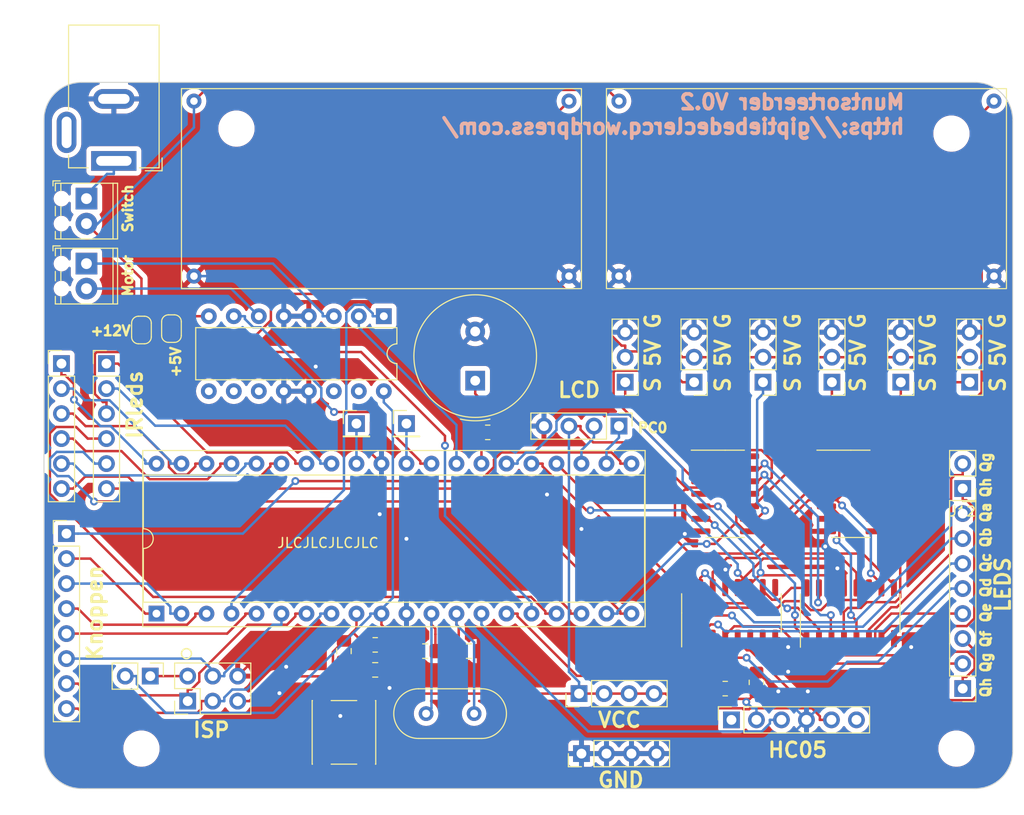
<source format=kicad_pcb>
(kicad_pcb (version 20240108) (generator "pcbnew") (generator_version "8.0")
  (layers (0 "F.Cu" signal) (31 "B.Cu" signal) (34 "B.Paste" user) (35 "F.Paste" user) (36 "B.SilkS" user "B.Silkscreen") (37 "F.SilkS" user "F.Silkscreen") (38 "B.Mask" user) (39 "F.Mask" user) (44 "Edge.Cuts" user))
  (net 0 "")
  (net 1 "Net-(BZ1--)")
  (net 2 "GND")
  (net 3 "VCC")
  (net 4 "Net-(U15-XTAL1)")
  (net 5 "Net-(U15-XTAL2)")
  (net 6 "Net-(J6-Pin_1)")
  (net 7 "PC0")
  (net 8 "PC1")
  (net 9 "/AREF")
  (net 10 "/AVCC")
  (net 11 "+5V")
  (net 12 "PD0")
  (net 13 "PD1")
  (net 14 "Net-(J3-VCC)")
  (net 15 "PD2")
  (net 16 "PD3")
  (net 17 "+12V")
  (net 18 "Net-(M2-PWM)")
  (net 19 "Net-(M3-PWM)")
  (net 20 "Net-(M4-PWM)")
  (net 21 "Net-(M5-PWM)")
  (net 22 "Net-(M6-PWM)")
  (net 23 "Net-(M7-PWM)")
  (net 24 "PA0")
  (net 25 "PA1")
  (net 26 "PA7")
  (net 27 "PB0")
  (net 28 "PB1")
  (net 29 "PB2")
  (net 30 "PB4")
  (net 31 "PA2")
  (net 32 "PA3")
  (net 33 "PB5")
  (net 34 "PB6")
  (net 35 "PB7")
  (net 36 "PD4")
  (net 37 "PA4")
  (net 38 "PA5")
  (net 39 "PA6")
  (net 40 "PC5")
  (net 41 "PB3")
  (net 42 "PC6")
  (net 43 "PD5")
  (net 44 "PD6")
  (net 45 "PD7")
  (net 46 "PC2")
  (net 47 "PC3")
  (net 48 "PC4")
  (net 49 "PC7")
  (net 50 "Net-(U20-QB)")
  (net 51 "Net-(U20-QC)")
  (net 52 "Net-(U20-QD)")
  (net 53 "Net-(U20-QE)")
  (net 54 "Net-(U20-QF)")
  (net 55 "Net-(U20-QH')")
  (net 56 "Net-(U20-QA)")
  (net 64 "reset")
  (net 65 "Net-(J12-Pin_1)")
  (net 66 "Net-(J12-Pin_2)")
  (net 67 "Net-(J13-Pin_1)")
  (net 68 "Net-(J13-Pin_2)")
  (net 69 "Net-(J13-Pin_3)")
  (net 70 "Net-(J13-Pin_4)")
  (net 71 "Net-(J13-Pin_5)")
  (net 72 "Net-(J13-Pin_6)")
  (net 73 "Net-(J13-Pin_7)")
  (net 74 "Net-(J13-Pin_8)")
  (net 76 "Net-(J2-Pin_2)")
  (net 78 "Net-(JP1-A)")
  (net 79 "Net-(M1-+)")
  (net 80 "Net-(M1--)")
  (footprint "MountingHole:MountingHole_3.2mm_M3" (layer "F.Cu") (at 164.592 52.832)
    (property "Reference" "H4" (hide yes))
    (property "Value" "MountingHole")
  )
  (footprint "Connector_PinHeader_2.54mm:PinHeader_1x06_P2.54mm_Vertical" (layer "F.Cu") (at 78.74 76.2)
    (property "Reference" "J14" (hide yes))
    (property "Value" "Conn_01x06_Pin")
  )
  (footprint "Connector_PinHeader_2.54mm:PinHeader_1x03_P2.54mm_Vertical" (layer "F.Cu") (at 166.445 78.09 180)
    (property "Reference" "M7" (hide yes))
    (property "Value" "Motor_Servo")
  )
  (footprint "Crystal:Crystal_HC49-4H_Vertical" (layer "F.Cu") (at 111.215 111.76)
    (property "Reference" "Y1" (hide yes))
    (property "Value" "Crystal")
  )
  (footprint "Package_SO:SO-16_3.9x9.9mm_P1.27mm" (layer "F.Cu") (at 154.305 101.565 90)
    (property "Reference" "U20" (hide yes))
    (property "Value" "74HC595")
  )
  (footprint "Resistor_SMD:R_0805_2012Metric_Pad1.20x1.40mm_HandSolder" (layer "F.Cu") (at 117.475 83.185)
    (property "Reference" "R33" (hide yes))
    (property "Value" "100")
  )
  (footprint "Resistor_SMD:R_0805_2012Metric_Pad1.20x1.40mm_HandSolder" (layer "F.Cu") (at 106.045 104.775 180)
    (property "Reference" "R45" (hide yes))
    (property "Value" "10KΩ")
  )
  (footprint "Capacitor_SMD:C_0805_2012Metric_Pad1.18x1.45mm_HandSolder" (layer "F.Cu") (at 111.125 105.41 180)
    (property "Reference" "C17" (hide yes))
    (property "Value" "22pF")
  )
  (footprint "Capacitor_SMD:C_0805_2012Metric_Pad1.18x1.45mm_HandSolder" (layer "F.Cu") (at 115.57 105.41)
    (property "Reference" "C16" (hide yes))
    (property "Value" "22pF")
  )
  (footprint "TerminalBlock_Phoenix:TerminalBlock_Phoenix_MPT-0,5-2-2.54_1x02_P2.54mm_Horizontal" (layer "F.Cu") (at 76.708 66.04 -90)
    (property "Reference" "M1" (hide yes))
    (property "Value" "Motor_DC")
  )
  (footprint "Library:Buck_Converter" (layer "F.Cu") (at 130.81 49.53)
    (property "Reference" "U11" (hide yes))
    (property "Value" "~")
  )
  (footprint "Connector_PinHeader_2.54mm:PinHeader_1x01_P2.54mm_Vertical" (layer "F.Cu") (at 104.14 82.296)
    (property "Reference" "J7" (hide yes))
    (property "Value" "portD_21")
  )
  (footprint "Package_SO:SO-14_3.9x8.65mm_P1.27mm" (layer "F.Cu") (at 154.37 89.43)
    (property "Reference" "U22" (hide yes))
    (property "Value" "CD4066BE")
  )
  (footprint "Connector_PinHeader_2.54mm:PinHeader_1x03_P2.54mm_Vertical" (layer "F.Cu") (at 131.445 78.09 180)
    (property "Reference" "M2" (hide yes))
    (property "Value" "Motor_Servo")
  )
  (footprint "Jumper:SolderJumper-2_P1.3mm_Open_RoundedPad1.0x1.5mm" (layer "F.Cu") (at 85.344 72.644 -90)
    (property "Reference" "JP2" (hide yes))
    (property "Value" "SolderJumper_2_Open")
  )
  (footprint "MountingHole:MountingHole_3.2mm_M3" (layer "F.Cu") (at 82.296 115.316)
    (property "Reference" "H2" (hide yes))
    (property "Value" "MountingHole")
  )
  (footprint "Connector_PinHeader_2.54mm:PinHeader_1x03_P2.54mm_Vertical" (layer "F.Cu") (at 138.445 78.09 180)
    (property "Reference" "M3" (hide yes))
    (property "Value" "Motor_Servo")
  )
  (footprint "Package_SO:SO-16_3.9x9.9mm_P1.27mm" (layer "F.Cu") (at 142.24 101.53 90)
    (property "Reference" "U21" (hide yes))
    (property "Value" "74HC595")
  )
  (footprint "Connector_PinSocket_2.54mm:PinSocket_1x06_P2.54mm_Vertical" (layer "F.Cu") (at 142.24 112.395 90)
    (property "Reference" "J2" (hide yes))
    (property "Value" "Conn_01x06_Socket")
  )
  (footprint "Connector_PinHeader_2.54mm:PinHeader_1x02_P2.54mm_Vertical" (layer "F.Cu") (at 83.19 107.95 -90)
    (property "Reference" "JP7" (hide yes))
    (property "Value" "Jumper_2_Open")
  )
  (footprint "Connector_PinHeader_2.54mm:PinHeader_1x04_P2.54mm_Vertical" (layer "F.Cu") (at 127 115.824 90)
    (property "Reference" "J10" (hide yes))
    (property "Value" "Conn_01x04_Pin")
  )
  (footprint "Buzzer_Beeper:Buzzer_TDK_PS1240P02BT_D12.2mm_H6.5mm" (layer "F.Cu") (at 116.205 77.9358 90)
    (property "Reference" "BZ1" (hide yes))
    (property "Value" "Buzzer")
  )
  (footprint "Button_Switch_SMD:SW_SPST_PTS645" (layer "F.Cu") (at 102.87 113.665 90)
    (property "Reference" "SW9" (hide yes))
    (property "Value" "SW_Push")
  )
  (footprint "Package_DIP:DIP-40_W15.24mm_Socket" (layer "F.Cu") (at 83.82 101.6 90)
    (property "Reference" "U15" (hide yes))
    (property "Value" "ATmega324P-20P")
  )
  (footprint "Library:Buck_Converter" (layer "F.Cu") (at 87.63 49.53)
    (property "Reference" "U10" (hide yes))
    (property "Value" "~")
  )
  (footprint "Jumper:SolderJumper-2_P1.3mm_Open_RoundedPad1.0x1.5mm" (layer "F.Cu") (at 82.296 72.786 90)
    (property "Reference" "JP1" (hide yes))
    (property "Value" "SolderJumper_2_Open")
  )
  (footprint "Connector_PinHeader_2.54mm:PinHeader_1x01_P2.54mm_Vertical" (layer "F.Cu") (at 109.22 82.296)
    (property "Reference" "J8" (hide yes))
    (property "Value" "portD_21")
  )
  (footprint "Package_SO:SO-14_3.9x8.65mm_P1.27mm" (layer "F.Cu") (at 141.605 89.43)
    (property "Reference" "U23" (hide yes))
    (property "Value" "CD4066BE")
  )
  (footprint "Connector_PinHeader_2.54mm:PinHeader_1x04_P2.54mm_Vertical" (layer "F.Cu") (at 130.81 82.55 -90)
    (property "Reference" "J5" (hide yes))
    (property "Value" "LCDconn")
  )
  (footprint "Connector_BarrelJack:BarrelJack_GCT_DCJ200-10-A_Horizontal" (layer "F.Cu") (at 79.49 55.605 180)
    (property "Reference" "J1" (hide yes))
    (property "Value" "Barrel_Jack")
  )
  (footprint "Resistor_SMD:R_0805_2012Metric_Pad1.20x1.40mm_HandSolder" (layer "F.Cu") (at 141.605 109.22 180)
    (property "Reference" "R1" (hide yes))
    (property "Value" "10KΩ")
  )
  (footprint "Resistor_SMD:R_0805_2012Metric_Pad1.20x1.40mm_HandSolder" (layer "F.Cu") (at 144.78 108.585 90)
    (property "Reference" "R2" (hide yes))
    (property "Value" "10KΩ")
  )
  (footprint "Connector_PinHeader_2.54mm:PinHeader_2x03_P2.54mm_Vertical" (layer "F.Cu") (at 86.995 110.49 90)
    (property "Reference" "J3" (hide yes))
    (property "Value" "AVR-ISP-6")
  )
  (footprint "Connector_PinHeader_2.54mm:PinHeader_1x04_P2.54mm_Vertical" (layer "F.Cu") (at 126.756 109.728 90)
    (property "Reference" "J9" (hide yes))
    (property "Value" "Conn_01x04_Pin")
  )
  (footprint "TerminalBlock_Phoenix:TerminalBlock_Phoenix_MPT-0,5-2-2.54_1x02_P2.54mm_Horizontal" (layer "F.Cu") (at 76.708 59.436 -90)
    (property "Reference" "J6" (hide yes))
    (property "Value" "Screw_Terminal_01x02")
  )
  (footprint "Connector_PinHeader_2.54mm:PinHeader_1x02_P2.54mm_Vertical" (layer "F.Cu") (at 165.735 88.895 180)
    (property "Reference" "J12")
    (property "Value" "Conn_01x02_Pin")
  )
  (footprint "Connector_PinHeader_2.54mm:PinHeader_1x03_P2.54mm_Vertical" (layer "F.Cu") (at 152.445 78.09 180)
    (property "Reference" "M5" (hide yes))
    (property "Value" "Motor_Servo")
  )
  (footprint "Capacitor_SMD:C_0805_2012Metric_Pad1.18x1.45mm_HandSolder" (layer "F.Cu") (at 106.045 107.315)
    (property "Reference" "C18" (hide yes))
    (property "Value" "100nF")
  )
  (footprint "Package_DIP:DIP-16_W7.62mm" (layer "F.Cu") (at 106.919 71.384 -90)
    (property "Reference" "U1" (hide yes))
    (property "Value" "L293D")
  )
  (footprint "Connector_PinHeader_2.54mm:PinHeader_1x08_P2.54mm_Vertical" (layer "F.Cu") (at 74.676 93.472)
    (property "Reference" "J15" (hide yes))
    (property "Value" "Conn_01x08_Pin")
  )
  (footprint "Capacitor_SMD:C_0805_2012Metric_Pad1.18x1.45mm_HandSolder" (layer "F.Cu") (at 102.87 105.41 -90)
    (property "Reference" "C13" (hide yes))
    (property "Value" "100nF")
  )
  (footprint "MountingHole:MountingHole_3.2mm_M3" (layer "F.Cu") (at 91.948 52.324)
    (property "Reference" "H3" (hide yes))
    (property "Value" "MountingHole")
  )
  (footprint "Connector_PinHeader_2.54mm:PinHeader_1x03_P2.54mm_Vertical" (layer "F.Cu") (at 145.445 78.09 180)
    (property "Reference" "M4" (hide yes))
    (property "Value" "Motor_Servo")
  )
  (footprint "Connector_PinHeader_2.54mm:PinHeader_1x03_P2.54mm_Vertical" (layer "F.Cu") (at 159.445 78.09 180)
    (property "Reference" "M6" (hide yes))
    (property "Value" "Motor_Servo")
  )
  (footprint "Connector_PinHeader_2.54mm:PinHeader_1x06_P2.54mm_Vertical" (layer "F.Cu") (at 74.168 76.2)
    (property "Reference" "J11" (hide yes))
    (property "Value" "Conn_01x06_Pin")
  )
  (footprint "Connector_PinHeader_2.54mm:PinHeader_1x08_P2.54mm_Vertical" (layer "F.Cu") (at 165.735 109.215 180)
    (property "Reference" "J13" (hide yes))
    (property "Value" "Conn_01x08_Pin")
  )
  (footprint "MountingHole:MountingHole_3.2mm_M3" (layer "F.Cu") (at 165.1 115.316)
    (property "Reference" "H1" (hide yes))
    (property "Value" "MountingHole")
  )
  (gr_circle (center 86.868 105.664) (end 87.376 105.664) (stroke (width 0.15)) (fill none) (layer "F.SilkS"))
  (gr_line (start 76.835 119.38) (end 76.2 119.38) (stroke (width 0.1)) (layer "Edge.Cuts"))
  (gr_line (start 72.39 115.57) (end 72.39 51.435) (stroke (width 0.1)) (layer "Edge.Cuts"))
  (gr_arc (start 76.2 119.38) (mid 73.505923 118.264077) (end 72.39 115.57) (stroke (width 0.1)) (layer "Edge.Cuts"))
  (gr_line (start 167.005 119.38) (end 76.835 119.38) (stroke (width 0.1)) (layer "Edge.Cuts"))
  (gr_line (start 170.815 51.435) (end 170.815 115.57) (stroke (width 0.1)) (layer "Edge.Cuts"))
  (gr_arc (start 167.005 47.625) (mid 169.699077 48.740923) (end 170.815 51.435) (stroke (width 0.1)) (layer "Edge.Cuts"))
  (gr_arc (start 72.39 51.435) (mid 73.505923 48.740923) (end 76.2 47.625) (stroke (width 0.1)) (layer "Edge.Cuts"))
  (gr_line (start 76.2 47.625) (end 167.005 47.625) (stroke (width 0.1)) (layer "Edge.Cuts"))
  (gr_arc (start 170.815 115.57) (mid 169.699077 118.264077) (end 167.005 119.38) (stroke (width 0.1)) (layer "Edge.Cuts"))
  (gr_text "https://giptiebedeclercq.wordpress.com/" (at 160 53 0) (layer "B.SilkS") (effects (font (size 1.5 1.5) (thickness 0.375) (bold yes)) (justify left bottom mirror)))
  (gr_text "Muntsorteerder V0.2" (at 160 50.5 0) (layer "B.SilkS") (effects (font (size 1.5 1.5) (thickness 0.375) (bold yes)) (justify left bottom mirror)))
  (gr_text "ISP" (at 87.376 114.3 0) (layer "F.SilkS") (effects (font (size 1.5 1.5) (thickness 0.3) (bold yes)) (justify left bottom)))
  (gr_text "Qa" (at 168.656 92.456 90) (layer "F.SilkS") (effects (font (size 1 1) (thickness 0.25) (bold yes)) (justify left bottom)))
  (gr_text "Qg" (at 168.656 107.696 90) (layer "F.SilkS") (effects (font (size 1 1) (thickness 0.25) (bold yes)) (justify left bottom)))
  (gr_text "Knoppen" (at 78.438857 106.5 90) (layer "F.SilkS") (effects (font (size 1.5 1.5) (thickness 0.3) (bold yes)) (justify left bottom)))
  (gr_text "GND" (at 128.524 119.38 0) (layer "F.SilkS") (effects (font (size 1.5 1.5) (thickness 0.3) (bold yes)) (justify left bottom)))
  (gr_text "S 5V G" (at 170.18 79.248 90) (layer "F.SilkS") (effects (font (size 1.5 1.5) (thickness 0.3) (bold yes)) (justify left bottom)))
  (gr_text "IRleds" (at 82.5 84 90) (layer "F.SilkS") (effects (font (size 1.5 1.5) (thickness 0.3) (bold yes)) (justify left bottom)))
  (gr_text "Qd" (at 168.656 100.076 90) (layer "F.SilkS") (effects (font (size 1 1) (thickness 0.25) (bold yes)) (justify left bottom)))
  (gr_text "S 5V G" (at 155.956 79.248 90) (layer "F.SilkS") (effects (font (size 1.5 1.5) (thickness 0.3) (bold yes)) (justify left bottom)))
  (gr_text "S 5V G" (at 135.128 79.248 90) (layer "F.SilkS") (effects (font (size 1.5 1.5) (thickness 0.3) (bold yes)) (justify left bottom)))
  (gr_text "Qc" (at 168.656 97.536 90) (layer "F.SilkS") (effects (font (size 1 1) (thickness 0.25) (bold yes)) (justify left bottom)))
  (gr_text "Qh" (at 168.656 110.236 90) (layer "F.SilkS") (effects (font (size 1 1) (thickness 0.25) (bold yes)) (justify left bottom)))
  (gr_text "Qg" (at 168.656 87.376 90) (layer "F.SilkS") (effects (font (size 1 1) (thickness 0.25) (bold yes)) (justify left bottom)))
  (gr_text "HC05" (at 145.796 116.332 0) (layer "F.SilkS") (effects (font (size 1.5 1.5) (thickness 0.3) (bold yes)) (justify left bottom)))
  (gr_text "S 5V G" (at 149.352 79.248 90) (layer "F.SilkS") (effects (font (size 1.5 1.5) (thickness 0.3) (bold yes)) (justify left bottom)))
  (gr_text "Qb" (at 168.656 94.996 90) (layer "F.SilkS") (effects (font (size 1 1) (thickness 0.25) (bold yes)) (justify left bottom)))
  (gr_text "S 5V G" (at 142.24 79.248 90) (layer "F.SilkS") (effects (font (size 1.5 1.5) (thickness 0.3) (bold yes)) (justify left bottom)))
  (gr_text "Qe" (at 168.656 102.616 90) (layer "F.SilkS") (effects (font (size 1 1) (thickness 0.25) (bold yes)) (justify left bottom)))
  (gr_text "+5V" (at 86.36 77.724 90) (layer "F.SilkS") (effects (font (size 1 1) (thickness 0.25) (bold yes)) (justify left bottom)))
  (gr_text "LCD" (at 124.46 79.756 0) (layer "F.SilkS") (effects (font (size 1.5 1.5) (thickness 0.3) (bold yes)) (justify left bottom)))
  (gr_text "JLCJLCJLCJLC" (at 96 95 0) (layer "F.SilkS") (effects (font (size 1 1)) (justify left bottom)))
  (gr_text "Switch" (at 81.5 63 90) (layer "F.SilkS") (effects (font (size 1 1) (thickness 0.25) (bold yes)) (justify left bottom)))
  (gr_text "Qh" (at 168.656 89.916 90) (layer "F.SilkS") (effects (font (size 1 1) (thickness 0.25) (bold yes)) (justify left bottom)))
  (gr_text "Qf" (at 168.656 105.156 90) (layer "F.SilkS") (effects (font (size 1 1) (thickness 0.25) (bold yes)) (justify left bottom)))
  (gr_text "LEDS" (at 170.688 101.6 90) (layer "F.SilkS") (effects (font (size 1.5 1.5) (thickness 0.3) (bold yes)) (justify left bottom)))
  (gr_text "S 5V G" (at 163.068 79.248 90) (layer "F.SilkS") (effects (font (size 1.5 1.5) (thickness 0.3) (bold yes)) (justify left bottom)))
  (gr_text "Motor" (at 81.5 69.5 90) (layer "F.SilkS") (effects (font (size 1 1) (thickness 0.25) (bold yes)) (justify left bottom)))
  (gr_text "+12V" (at 76.99875 73.45125 0) (layer "F.SilkS") (effects (font (size 1 1) (thickness 0.25) (bold yes)) (justify left bottom)))
  (gr_text "VCC" (at 128.524 113.284 0) (layer "F.SilkS") (effects (font (size 1.5 1.5) (thickness 0.3) (bold yes)) (justify left bottom)))
  (gr_text "PC0" (at 132.588 83.312 0) (layer "F.SilkS") (effects (font (size 1 1) (thickness 0.25) (bold yes)) (justify left bottom)))
  (segment (start 116.205 79.2627) (end 118.475 81.5327) (width 0.25) (layer "F.Cu") (net 1))
  (segment (start 118.475 81.5327) (end 118.475 83.185) (width 0.25) (layer "F.Cu") (net 1))
  (segment (start 116.205 77.9358) (end 116.205 79.2627) (width 0.25) (layer "F.Cu") (net 1))
  (segment (start 106.68 86.36) (end 104.82 84.5) (width 0.25) (layer "F.Cu") (net 2))
  (segment (start 104.82 84.5) (end 103.5 84.5) (width 0.25) (layer "F.Cu") (net 2))
  (segment (start 107.5 109.15375) (end 106.84625 109.15375) (width 0.25) (layer "F.Cu") (net 2))
  (segment (start 102.5 112) (end 100.62 110.12) (width 0.25) (layer "F.Cu") (net 2))
  (segment (start 96.315 109.685) (end 97.13 110.5) (width 0.25) (layer "F.Cu") (net 2))
  (segment (start 96.759 71.384) (end 99.299 71.384) (width 0.25) (layer "F.Cu") (net 2))
  (segment (start 141.605 97.150364) (end 141.627682 97.127682) (width 0.25) (layer "F.Cu") (net 2))
  (segment (start 109 94) (end 106.5 91.5) (width 0.25) (layer "F.Cu") (net 2))
  (segment (start 100.62 110.12) (end 100.62 109.685) (width 0.25) (layer "F.Cu") (net 2))
  (segment (start 159.64 104.14) (end 158.75 104.14) (width 0.25) (layer "F.Cu") (net 2))
  (segment (start 103.5 84.5) (end 99.299 80.299) (width 0.25) (layer "F.Cu") (net 2))
  (segment (start 144.78 107.585) (end 144.9325 107.585) (width 0.25) (layer "F.Cu") (net 2))
  (segment (start 153.67 97.67) (end 153 97) (width 0.25) (layer "F.Cu") (net 2))
  (segment (start 160.5 105) (end 159.64 104.14) (width 0.25) (layer "F.Cu") (net 2))
  (segment (start 99.299 77.201) (end 99.299 79.004) (width 0.25) (layer "F.Cu") (net 2))
  (segment (start 146.8475 109.5) (end 147 109.5) (width 0.25) (layer "F.Cu") (net 2))
  (segment (start 147.105 104.105) (end 148 105) (width 0.25) (layer "F.Cu") (net 2))
  (segment (start 102.87 106.4475) (end 104.14 106.4475) (width 0.25) (layer "F.Cu") (net 2))
  (segment (start 100.62 109.685) (end 100.62 117.645) (width 0.25) (layer "F.Cu") (net 2))
  (segment (start 96.5 106.5) (end 93.525 106.5) (width 0.25) (layer "F.Cu") (net 2))
  (segment (start 146.685 104.105) (end 147.105 104.105) (width 0.25) (layer "F.Cu") (net 2))
  (segment (start 148 107.5) (end 150 109.5) (width 0.25) (layer "F.Cu") (net 2))
  (segment (start 144.9325 107.585) (end 146.8475 109.5) (width 0.25) (layer "F.Cu") (net 2))
  (segment (start 97 107) (end 96.5 106.5) (width 0.25) (layer "F.Cu") (net 2))
  (segment (start 151.764 93.371) (end 151.895 93.24) (width 0.25) (layer "F.Cu") (net 2))
  (segment (start 93.525 106.5) (end 92.075 107.95) (width 0.25) (layer "F.Cu") (net 2))
  (segment (start 153.67 98.99) (end 153.67 97.67) (width 0.25) (layer "F.Cu") (net 2))
  (segment (start 97.13 110.5) (end 99.805 110.5) (width 0.25) (layer "F.Cu") (net 2))
  (segment (start 109.22 94) (end 109 94) (width 0.25) (layer "F.Cu") (net 2))
  (segment (start 141.605 98.955) (end 141.605 97.150364) (width 0.25) (layer "F.Cu") (net 2))
  (segment (start 106.84625 109.15375) (end 105.0075 107.315) (width 0.25) (layer "F.Cu") (net 2))
  (segment (start 137.76 93.24) (end 137.5 93.5) (width 0.25) (layer "F.Cu") (net 2))
  (segment (start 139.13 93.24) (end 137.76 93.24) (width 0.25) (layer "F.Cu") (net 2))
  (segment (start 104.14 106.4475) (end 105.0075 107.315) (width 0.25) (layer "F.Cu") (net 2))
  (segment (start 99.805 110.5) (end 100.62 109.685) (width 0.25) (layer "F.Cu") (net 2))
  (segment (start 99.299 79.004) (end 96.759 79.004) (width 0.25) (layer "F.Cu") (net 2))
  (segment (start 100 76.5) (end 99.299 77.201) (width 0.25) (layer "F.Cu") (net 2))
  (segment (start 99.299 80.299) (end 99.299 79.004) (width 0.25) (layer "F.Cu") (net 2))
  (segment (start 151.764 94.775) (end 151.764 93.371) (width 0.25) (layer "F.Cu") (net 2))
  (segment (start 127 93) (end 123.5 89.5) (width 0.25) (layer "F.Cu") (net 2))
  (via (at 100 76.5) (size 0.8) (drill 0.4) (layers "F.Cu" "B.Cu") (net 2))
  (via (at 137.5 93.5) (size 0.8) (drill 0.4) (layers "F.Cu" "B.Cu") (net 2))
  (via (at 141.627682 97.127682) (size 0.8) (drill 0.4) (layers "F.Cu" "B.Cu") (net 2))
  (via (at 150 109.5) (size 0.8) (drill 0.4) (layers "F.Cu" "B.Cu") (net 2))
  (via (at 107.5 109.15375) (size 0.8) (drill 0.4) (layers "F.Cu" "B.Cu") (net 2))
  (via (at 96.315 109.685) (size 0.8) (drill 0.4) (layers "F.Cu" "B.Cu") (net 2))
  (via (at 127 93) (size 0.8) (drill 0.4) (layers "F.Cu" "B.Cu") (net 2))
  (via (at 147 109.5) (size 0.8) (drill 0.4) (layers "F.Cu" "B.Cu") (net 2))
  (via (at 109.22 94) (size 0.8) (drill 0.4) (layers "F.Cu" "B.Cu") (net 2))
  (via (at 97 107) (size 0.8) (drill 0.4) (layers "F.Cu" "B.Cu") (net 2))
  (via (at 160.5 105) (size 0.8) (drill 0.4) (layers "F.Cu" "B.Cu") (net 2))
  (via (at 102.5 112) (size 0.8) (drill 0.4) (layers "F.Cu" "B.Cu") (net 2))
  (via (at 106.5 91.5) (size 0.8) (drill 0.4) (layers "F.Cu" "B.Cu") (net 2))
  (via (at 153 97) (size 0.8) (drill 0.4) (layers "F.Cu" "B.Cu") (net 2))
  (via (at 148 105) (size 0.8) (drill 0.4) (layers "F.Cu" "B.Cu") (net 2))
  (via (at 151.764 94.775) (size 0.8) (drill 0.4) (layers "F.Cu" "B.Cu") (net 2))
  (via (at 123.5 89.5) (size 0.8) (drill 0.4) (layers "F.Cu" "B.Cu") (net 2))
  (via (at 148 107.5) (size 0.8) (drill 0.4) (layers "F.Cu" "B.Cu") (net 2))
  (segment (start 149.86 109.64) (end 149.86 112.395) (width 0.25) (layer "B.Cu") (net 2))
  (segment (start 154.255 108) (end 149.86 112.395) (width 0.25) (layer "B.Cu") (net 2))
  (segment (start 100 76.5) (end 99.299 75.799) (width 0.25) (layer "B.Cu") (net 2))
  (segment (start 107.5 110) (end 105.5 112) (width 0.25) (layer "B.Cu") (net 2))
  (segment (start 150 109.5) (end 149.86 109.64) (width 0.25) (layer "B.Cu") (net 2))
  (segment (start 106.5 91.5) (end 106.68 91.32) (width 0.25) (layer "B.Cu") (net 2))
  (segment (start 151.764 95.764) (end 151.764 94.775) (width 0.25) (layer "B.Cu") (net 2))
  (segment (start 119.5 89.5) (end 118.255 88.255) (width 0.25) (layer "B.Cu") (net 2))
  (segment (start 94.81 67.31) (end 96.759 69.259) (width 0.25) (layer "B.Cu") (net 2))
  (segment (start 158.5 108) (end 154.255 108) (width 0.25) (layer "B.Cu") (net 2))
  (segment (start 96 108) (end 97 107) (width 0.25) (layer "B.Cu") (net 2))
  (segment (start 137.5 93.5) (end 127.5 93.5) (width 0.25) (layer "B.Cu") (net 2))
  (segment (start 105.5 112) (end 102.5 112) (width 0.25) (layer "B.Cu") (net 2))
  (segment (start 96.759 69.259) (end 96.759 71.384) (width 0.25) (layer "B.Cu") (net 2))
  (segment (start 127.5 93.5) (end 127 93) (width 0.25) (layer "B.Cu") (net 2))
  (segment (start 96 109.37) (end 96 108) (width 0.25) (layer "B.Cu") (net 2))
  (segment (start 109.22 94) (end 109.22 101.6) (width 0.25) (layer "B.Cu") (net 2))
  (segment (start 123.5 89.5) (end 119.5 89.5) (width 0.25) (layer "B.Cu") (net 2))
  (segment (start 107.5 109.15375) (end 107.5 110) (width 0.25) (layer "B.Cu") (net 2))
  (segment (start 120.95 82.55) (end 123.19 82.55) (width 0.25) (layer "B.Cu") (net 2))
  (segment (start 147 109.5) (end 147 109.535) (width 0.25) (layer "B.Cu") (net 2))
  (segment (start 108.5 103.5) (end 109.22 102.78) (width 0.25) (layer "B.Cu") (net 2))
  (segment (start 106.68 91.32) (end 106.68 86.36) (width 0.25) (layer "B.Cu") (net 2))
  (segment (start 109.22 102.78) (end 109.22 101.6) (width 0.25) (layer "B.Cu") (net 2))
  (segment (start 148 107.5) (end 148 105) (width 0.25) (layer "B.Cu") (net 2))
  (segment (start 160.5 106) (end 158.5 108) (width 0.25) (layer "B.Cu") (net 2))
  (segment (start 153 97) (end 151.764 95.764) (width 0.25) (layer "B.Cu") (net 2))
  (segment (start 87.63 67.31) (end 94.81 67.31) (width 0.25) (layer "B.Cu") (net 2))
  (segment (start 118.255 85.245) (end 120.95 82.55) (width 0.25) (layer "B.Cu") (net 2))
  (segment (start 107.5 109.15375) (end 108.5 108.15375) (width 0.25) (layer "B.Cu") (net 2))
  (segment (start 160.5 105) (end 160.5 106) (width 0.25) (layer "B.Cu") (net 2))
  (segment (start 99.299 75.799) (end 99.299 71.384) (width 0.25) (layer "B.Cu") (net 2))
  (segment (start 118.255 88.255) (end 118.255 85.245) (width 0.25) (layer "B.Cu") (net 2))
  (segment (start 149.86 112.395) (end 146.431 115.824) (width 0.25) (layer "B.Cu") (net 2))
  (segment (start 108.5 108.15375) (end 108.5 103.5) (width 0.25) (layer "B.Cu") (net 2))
  (segment (start 146.431 115.824) (end 134.62 115.824) (width 0.25) (layer "B.Cu") (net 2))
  (segment (start 147 109.535) (end 149.86 112.395) (width 0.25) (layer "B.Cu") (net 2))
  (segment (start 96.315 109.685) (end 96 109.37) (width 0.25) (layer "B.Cu") (net 2))
  (segment (start 137.795 95.2681) (end 137.795 98.955) (width 0.25) (layer "F.Cu") (net 3))
  (segment (start 137.795 95.2681) (end 138.0269 95.5) (width 0.25) (layer "F.Cu") (net 3))
  (segment (start 146.362 100.189) (end 145.415 99.2428) (width 0.25) (layer "F.Cu") (net 3))
  (segment (start 144.139 111.218) (end 150.414 111.218) (width 0.25) (layer "F.Cu") (net 3))
  (segment (start 152.931 90.0634) (end 153.477 90.6099) (width 0.25) (layer "F.Cu") (net 3))
  (segment (start 156.431 85.62) (end 156.845 85.62) (width 0.25) (layer "F.Cu") (net 3))
  (segment (start 136.5 90) (end 136.5 93.9731) (width 0.25) (layer "F.Cu") (net 3))
  (segment (start 106.68 101.6) (end 106.68 102.727) (width 0.25) (layer "F.Cu") (net 3))
  (segment (start 107.045 107.278) (end 107.045 104.775) (width 0.25) (layer "F.Cu") (net 3))
  (segment (start 152.931 90.0634) (end 155.096 87.898) (width 0.25) (layer "F.Cu") (net 3))
  (segment (start 107.082 107.315) (end 107.0775 107.3102) (width 0.25) (layer "F.Cu") (net 3))
  (segment (start 151.223 112.395) (end 152.4 112.395) (width 0.25) (layer "F.Cu") (net 3))
  (segment (start 126.907 82.55) (end 125.73 82.55) (width 0.25) (layer "F.Cu") (net 3))
  (segment (start 144.95 100.55) (end 145.415 100.085) (width 0.25) (layer "F.Cu") (net 3))
  (segment (start 138.005 88.795) (end 140.145 88.795) (width 0.25) (layer "F.Cu") (net 3))
  (segment (start 157.48 98.99) (end 157.48 98.5801) (width 0.25) (layer "F.Cu") (net 3))
  (segment (start 150.079 90.0634) (end 152.931 90.0634) (width 0.25) (layer "F.Cu") (net 3))
  (segment (start 143.444 111.311) (end 144.046 111.311) (width 0.25) (layer "F.Cu") (net 3))
  (segment (start 138.55 100.55) (end 144.95 100.55) (width 0.25) (layer "F.Cu") (net 3))
  (segment (start 147.132 100.189) (end 146.362 100.189) (width 0.25) (layer "F.Cu") (net 3))
  (segment (start 107.064 107.296) (end 107.073 107.3055) (width 0.25) (layer "F.Cu") (net 3))
  (segment (start 167.659 79.1046) (end 161.144 85.62) (width 0.25) (layer "F.Cu") (net 3))
  (segment (start 137.795 89.0049) (end 138.005 88.795) (width 0.25) (layer "F.Cu") (net 3))
  (segment (start 136.5 93.9731) (end 137.795 95.2681) (width 0.25) (layer "F.Cu") (net 3))
  (segment (start 129.296 109.728) (end 126.756 109.728) (width 0.25) (layer "F.Cu") (net 3))
  (segment (start 107.0775 107.3102) (end 107.082 107.315) (width 0.25) (layer "F.Cu") (net 3))
  (segment (start 126.907 82.9158) (end 126.907 82.55) (width 0.25) (layer "F.Cu") (net 3))
  (segment (start 151.223 112.027) (end 151.223 112.395) (width 0.25) (layer "F.Cu") (net 3))
  (segment (start 107.0775 107.3102) (end 107.073 107.3055) (width 0.25) (layer "F.Cu") (net 3))
  (segment (start 137.795 89.0049) (end 137.4951 89.0049) (width 0.25) (layer "F.Cu") (net 3))
  (segment (start 107.045 103.092) (end 107.045 104.775) (width 0.25) (layer "F.Cu") (net 3))
  (segment (start 145.415 100.085) (end 145.415 99.2428) (width 0.25) (layer "F.Cu") (net 3))
  (segment (start 137.795 98.955) (end 137.795 99.795) (width 0.25) (layer "F.Cu") (net 3))
  (segment (start 143.351 111.218) (end 143.444 111.311) (width 0.25) (layer "F.Cu") (net 3))
  (segment (start 167.659 50.7809) (end 167.659 79.1046) (width 0.25) (layer "F.Cu") (net 3))
  (segment (start 143.32 85.62) (end 144.08 85.62) (width 0.25) (layer "F.Cu") (net 3))
  (segment (start 155.096 86.9544) (end 156.431 85.62) (width 0.25) (layer "F.Cu") (net 3))
  (segment (start 150.414 111.218) (end 151.223 112.027) (width 0.25) (layer "F.Cu") (net 3))
  (segment (start 148.331 98.99) (end 147.132 100.189) (width 0.25) (layer "F.Cu") (net 3))
  (segment (start 138.0269 95.5) (end 144.6424 95.5) (width 0.25) (layer "F.Cu") (net 3))
  (segment (start 137.795 89.0049) (end 132.992 84.2017) (width 0.25) (layer "F.Cu") (net 3))
  (segment (start 157.48 98.5801) (end 156.402 97.5024) (width 0.25) (layer "F.Cu") (net 3))
  (segment (start 134.376 109.728) (end 135.553 109.728) (width 0.25) (layer "F.Cu") (net 3))
  (segment (start 155.096 87.898) (end 155.096 86.9544) (width 0.25) (layer "F.Cu") (net 3))
  (segment (start 144.6424 95.5) (end 150.079 90.0634) (width 0.25) (layer "F.Cu") (net 3))
  (segment (start 126.756 109.728) (end 109.496 109.728) (width 0.25) (layer "F.Cu") (net 3))
  (segment (start 161.144 85.62) (end 156.845 85.62) (width 0.25) (layer "F.Cu") (net 3))
  (segment (start 137.043 111.218) (end 143.351 111.218) (width 0.25) (layer "F.Cu") (net 3))
  (segment (start 132.992 84.2017) (end 128.193 84.2017) (width 0.25) (layer "F.Cu") (net 3))
  (segment (start 137.795 99.795) (end 138.55 100.55) (width 0.25) (layer "F.Cu") (net 3))
  (segment (start 140.145 88.795) (end 143.32 85.62) (width 0.25) (layer "F.Cu") (net 3))
  (segment (start 128.193 84.2017) (end 126.907 82.9158) (width 0.25) (layer "F.Cu") (net 3))
  (segment (start 106.68 102.727) (end 107.045 103.092) (width 0.25) (layer "F.Cu") (net 3))
  (segment (start 107.073 107.3055) (end 107.0775 107.3102) (width 0.25) (layer "F.Cu") (net 3))
  (segment (start 131.836 109.728) (end 134.376 109.728) (width 0.25) (layer "F.Cu") (net 3))
  (segment (start 145.415 99.2428) (end 145.415 98.955) (width 0.25) (layer "F.Cu") (net 3))
  (segment (start 109.496 109.728) (end 107.082 107.315) (width 0.25) (layer "F.Cu") (net 3))
  (segment (start 168.91 49.53) (end 167.659 50.7809) (width 0.25) (layer "F.Cu") (net 3))
  (segment (start 107.073 107.3055) (end 107.064 107.296) (width 0.25) (layer "F.Cu") (net 3))
  (segment (start 107.0825 107.315) (end 107.082 107.315) (width 0.25) (layer "F.Cu") (net 3))
  (segment (start 149.86 98.99) (end 148.331 98.99) (width 0.25) (layer "F.Cu") (net 3))
  (segment (start 107.064 107.296) (end 107.045 107.278) (width 0.25) (layer "F.Cu") (net 3))
  (segment (start 137.4951 89.0049) (end 136.5 90) (width 0.25) (layer "F.Cu") (net 3))
  (segment (start 135.553 109.728) (end 137.043 111.218) (width 0.25) (layer "F.Cu") (net 3))
  (segment (start 131.836 109.728) (end 129.296 109.728) (width 0.25) (layer "F.Cu") (net 3))
  (segment (start 144.046 111.311) (end 144.139 111.218) (width 0.25) (layer "F.Cu") (net 3))
  (via (at 156.402 97.5024) (size 0.8) (drill 0.4) (layers "F.Cu" "B.Cu") (net 3))
  (via (at 153.477 90.6099) (size 0.8) (drill 0.4) (layers "F.Cu" "B.Cu") (net 3))
  (segment (start 156.402 93.5347) (end 153.477 90.6099) (width 0.25) (layer "B.Cu") (net 3))
  (segment (start 81.8269 107.95) (end 81.8269 108.759) (width 0.25) (layer "B.Cu") (net 3))
  (segment (start 107.838 81.0498) (end 107.838 99.9921) (width 0.25) (layer "B.Cu") (net 3))
  (segment (start 156.402 97.5024) (end 156.402 93.5347) (width 0.25) (layer "B.Cu") (net 3))
  (segment (start 107.838 99.9921) (end 106.23 101.6) (width 0.25) (layer "B.Cu") (net 3))
  (segment (start 106.919 79.004) (end 106.919 80.1309) (width 0.25) (layer "B.Cu") (net 3))
  (segment (start 126.756 108.551) (end 125.73 107.525) (width 0.25) (layer "B.Cu") (net 3))
  (segment (start 84.752 111.684) (end 95.7024 111.684) (width 0.25) (layer "B.Cu") (net 3))
  (segment (start 81.8269 108.759) (end 84.752 111.684) (width 0.25) (layer "B.Cu") (net 3))
  (segment (start 126.756 109.728) (end 126.756 108.551) (width 0.25) (layer "B.Cu") (net 3))
  (segment (start 105.553 101.834) (end 105.553 101.6) (width 0.25) (layer "B.Cu") (net 3))
  (segment (start 95.7024 111.684) (end 105.553 101.834) (width 0.25) (layer "B.Cu") (net 3))
  (segment (start 106.23 101.6) (end 106.68 101.6) (width 0.25) (layer "B.Cu") (net 3))
  (segment (start 105.553 101.6) (end 106.23 101.6) (width 0.25) (layer "B.Cu") (net 3))
  (segment (start 125.73 107.525) (end 125.73 82.55) (width 0.25) (layer "B.Cu") (net 3))
  (segment (start 80.65 107.95) (end 81.8269 107.95) (width 0.25) (layer "B.Cu") (net 3))
  (segment (start 106.919 80.1309) (end 107.838 81.0498) (width 0.25) (layer "B.Cu") (net 3))
  (segment (start 114.532 103.5715) (end 114.5325 103.572) (width 0.25) (layer "F.Cu") (net 4))
  (segment (start 114.3 102.727) (end 114.532 102.959) (width 0.25) (layer "F.Cu") (net 4))
  (segment (start 114.5325 103.572) (end 114.5325 105.41) (width 0.25) (layer "F.Cu") (net 4))
  (segment (start 114.3 101.6) (end 114.3 102.727) (width 0.25) (layer "F.Cu") (net 4))
  (segment (start 114.532 102.959) (end 114.532 103.5715) (width 0.25) (layer "F.Cu") (net 4))
  (segment (start 114.3 101.6) (end 114.3 102.727) (width 0.25) (layer "B.Cu") (net 4))
  (segment (start 116.095 104.522) (end 116.095 111.76) (width 0.25) (layer "B.Cu") (net 4))
  (segment (start 114.3 102.727) (end 116.095 104.522) (width 0.25) (layer "B.Cu") (net 4))
  (segment (start 112.162 103.6995) (end 112.1625 103.7) (width 0.25) (layer "F.Cu") (net 5))
  (segment (start 112.1625 103.7) (end 112.1625 105.41) (width 0.25) (layer "F.Cu") (net 5))
  (segment (start 112.162 103.129) (end 112.162 103.6995) (width 0.25) (layer "F.Cu") (net 5))
  (segment (start 111.76 102.727) (end 112.162 103.129) (width 0.25) (layer "F.Cu") (net 5))
  (segment (start 111.76 101.6) (end 111.76 102.727) (width 0.25) (layer "F.Cu") (net 5))
  (segment (start 111.76 111.215) (end 111.215 111.76) (width 0.25) (layer "B.Cu") (net 5))
  (segment (start 111.76 101.6) (end 111.76 111.215) (width 0.25) (layer "B.Cu") (net 5))
  (segment (start 76.708 59.0251) (end 76.708 59.436) (width 0.25) (layer "B.Cu") (net 6))
  (segment (start 78.8012 56.9319) (end 76.708 59.0251) (width 0.25) (layer "B.Cu") (net 6))
  (segment (start 79.49 56.9319) (end 78.8012 56.9319) (width 0.25) (layer "B.Cu") (net 6))
  (segment (start 79.49 55.605) (end 79.49 56.9319) (width 0.25) (layer "B.Cu") (net 6))
  (segment (start 130.81 83.7269) (end 130.81 82.55) (width 0.25) (layer "B.Cu") (net 7))
  (segment (start 129.54 84.9969) (end 130.81 83.7269) (width 0.25) (layer "B.Cu") (net 7))
  (segment (start 129.54 86.36) (end 129.54 84.9969) (width 0.25) (layer "B.Cu") (net 7))
  (segment (start 127 84.9969) (end 128.27 83.7269) (width 0.25) (layer "B.Cu") (net 8))
  (segment (start 127 86.36) (end 127 84.9969) (width 0.25) (layer "B.Cu") (net 8))
  (segment (start 128.27 83.7269) (end 128.27 82.55) (width 0.25) (layer "B.Cu") (net 8))
  (segment (start 104.14 86.36) (end 104.14 82.296) (width 0.25) (layer "B.Cu") (net 9))
  (segment (start 109.22 86.36) (end 109.22 82.296) (width 0.25) (layer "B.Cu") (net 10))
  (segment (start 136.68 74.9615) (end 131.445 74.9615) (width 0.25) (layer "F.Cu") (net 11))
  (segment (start 120.566 63.8595) (end 125.822 69.1163) (width 0.25) (layer "F.Cu") (net 11))
  (segment (start 131.445 74.3731) (end 131.445 74.9615) (width 0.25) (layer "F.Cu") (net 11))
  (segment (start 120.566 54.6944) (end 120.566 63.8595) (width 0.25) (layer "F.Cu") (net 11))
  (segment (start 131.079 74.3731) (end 131.445 74.3731) (width 0.25) (layer "F.Cu") (net 11))
  (segment (start 138.445 75.55) (end 137.268 75.55) (width 0.25) (layer "F.Cu") (net 11))
  (segment (start 125.822 69.1163) (end 131.079 74.3731) (width 0.25) (layer "F.Cu") (net 11))
  (segment (start 152.445 75.55) (end 159.445 75.55) (width 0.25) (layer "F.Cu") (net 11))
  (segment (start 131.445 75.55) (end 131.445 74.9615) (width 0.25) (layer "F.Cu") (net 11))
  (segment (start 125.822 69.1163) (end 96.8837 69.1163) (width 0.25) (layer "F.Cu") (net 11))
  (segment (start 138.445 75.55) (end 145.445 75.55) (width 0.25) (layer "F.Cu") (net 11))
  (segment (start 125.73 49.53) (end 120.566 54.6944) (width 0.25) (layer "F.Cu") (net 11))
  (segment (start 159.445 75.55) (end 166.445 75.55) (width 0.25) (layer "F.Cu") (net 11))
  (segment (start 137.268 75.55) (end 136.68 74.9615) (width 0.25) (layer "F.Cu") (net 11))
  (segment (start 96.8837 69.1163) (end 95.4458 70.5542) (width 0.25) (layer "F.Cu") (net 11))
  (segment (start 145.445 75.55) (end 152.445 75.55) (width 0.25) (layer "F.Cu") (net 11))
  (segment (start 95.4458 70.5542) (end 95.4458 71.8045) (width 0.25) (layer "F.Cu") (net 11))
  (segment (start 93.9563 73.294) (end 85.344 73.294) (width 0.25) (layer "F.Cu") (net 11))
  (segment (start 95.4458 71.8045) (end 93.9563 73.294) (width 0.25) (layer "F.Cu") (net 11))
  (segment (start 116.84 102.727) (end 116.84 101.6) (width 0.25) (layer "B.Cu") (net 12))
  (segment (start 146.143 112.395) (end 146.143 112.763) (width 0.25) (layer "B.Cu") (net 12))
  (segment (start 127.685 113.572) (end 116.84 102.727) (width 0.25) (layer "B.Cu") (net 12))
  (segment (start 145.334 113.572) (end 127.685 113.572) (width 0.25) (layer "B.Cu") (net 12))
  (segment (start 147.32 112.395) (end 146.143 112.395) (width 0.25) (layer "B.Cu") (net 12))
  (segment (start 146.143 112.763) (end 145.334 113.572) (width 0.25) (layer "B.Cu") (net 12))
  (segment (start 120.507 101.6) (end 120.507 101.882) (width 0.25) (layer "F.Cu") (net 13))
  (segment (start 120.507 101.882) (end 126.546 107.921) (width 0.25) (layer "F.Cu") (net 13))
  (segment (start 141.306 107.921) (end 142.605 109.22) (width 0.25) (layer "F.Cu") (net 13))
  (segment (start 119.38 101.6) (end 120.507 101.6) (width 0.25) (layer "F.Cu") (net 13))
  (segment (start 126.546 107.921) (end 141.306 107.921) (width 0.25) (layer "F.Cu") (net 13))
  (segment (start 86.995 107.95) (end 83.19 107.95) (width 0.25) (layer "F.Cu") (net 14))
  (segment (start 113.1332 83.5422) (end 104.6131 75.0221) (width 0.25) (layer "F.Cu") (net 15))
  (segment (start 77.5627 75.2095) (end 77.5627 79.2916) (width 0.25) (layer "F.Cu") (net 15))
  (segment (start 78.3742 80.1031) (end 78.74 80.1031) (width 0.25) (layer "F.Cu") (net 15))
  (segment (start 77.5627 79.2916) (end 78.3742 80.1031) (width 0.25) (layer "F.Cu") (net 15))
  (segment (start 77.7501 75.0221) (end 77.5627 75.2095) (width 0.25) (layer "F.Cu") (net 15))
  (segment (start 113.1332 84.5312) (end 113.1332 83.5422) (width 0.25) (layer "F.Cu") (net 15))
  (segment (start 104.6131 75.0221) (end 77.7501 75.0221) (width 0.25) (layer "F.Cu") (net 15))
  (segment (start 78.74 81.28) (end 78.74 80.1031) (width 0.25) (layer "F.Cu") (net 15))
  (via (at 113.1332 84.5312) (size 0.8) (drill 0.4) (layers "F.Cu" "B.Cu") (net 15))
  (segment (start 121.92 101.6) (end 121.92 100.4731) (width 0.25) (layer "B.Cu") (net 15))
  (segment (start 121.92 100.4731) (end 113.1332 91.6863) (width 0.25) (layer "B.Cu") (net 15))
  (segment (start 113.1332 91.6863) (end 113.1332 84.5312) (width 0.25) (layer "B.Cu") (net 15))
  (segment (start 83.487 99.9053) (end 121.8719 99.9053) (width 0.25) (layer "F.Cu") (net 16))
  (segment (start 121.8719 99.9053) (end 123.3331 101.3665) (width 0.25) (layer "F.Cu") (net 16))
  (segment (start 124.46 101.6) (end 123.3331 101.6) (width 0.25) (layer "F.Cu") (net 16))
  (segment (start 123.3331 101.3665) (end 123.3331 101.6) (width 0.25) (layer "F.Cu") (net 16))
  (segment (start 78.74 83.82) (end 76.8402 83.82) (width 0.25) (layer "F.Cu") (net 16))
  (segment (start 73.6257 82.6407) (end 72.9911 83.2753) (width 0.25) (layer "F.Cu") (net 16))
  (segment (start 72.9911 83.2753) (end 72.9911 89.4094) (width 0.25) (layer "F.Cu") (net 16))
  (segment (start 76.8402 83.82) (end 75.6609 82.6407) (width 0.25) (layer "F.Cu") (net 16))
  (segment (start 72.9911 89.4094) (end 83.487 99.9053) (width 0.25) (layer "F.Cu") (net 16))
  (segment (start 75.6609 82.6407) (end 73.6257 82.6407) (width 0.25) (layer "F.Cu") (net 16))
  (segment (start 87.63 49.53) (end 88.7675 48.3925) (width 0.25) (layer "F.Cu") (net 17))
  (segment (start 76.708 61.976) (end 82.296 67.564) (width 0.25) (layer "F.Cu") (net 17))
  (segment (start 129.672 48.3925) (end 130.81 49.53) (width 0.25) (layer "F.Cu") (net 17))
  (segment (start 82.296 67.564) (end 82.296 72.136) (width 0.25) (layer "F.Cu") (net 17))
  (segment (start 88.7675 48.3925) (end 129.672 48.3925) (width 0.25) (layer "F.Cu") (net 17))
  (segment (start 76.708 62.9242) (end 76.708 61.976) (width 0.25) (layer "B.Cu") (net 17))
  (segment (start 76.7758 62.992) (end 76.8435 62.992) (width 0.25) (layer "B.Cu") (net 17))
  (segment (start 87.63 52.2055) (end 87.63 49.53) (width 0.25) (layer "B.Cu") (net 17))
  (segment (start 76.708 62.992) (end 76.7758 62.992) (width 0.25) (layer "B.Cu") (net 17))
  (segment (start 76.7758 62.992) (end 76.708 62.9242) (width 0.25) (layer "B.Cu") (net 17))
  (segment (start 76.8435 62.992) (end 87.63 52.2055) (width 0.25) (layer "B.Cu") (net 17))
  (segment (start 138.642 86.89) (end 131.445 79.6932) (width 0.25) (layer "F.Cu") (net 18))
  (segment (start 139.13 86.89) (end 138.642 86.89) (width 0.25) (layer "F.Cu") (net 18))
  (segment (start 131.445 79.6932) (end 131.445 78.09) (width 0.25) (layer "F.Cu") (net 18))
  (segment (start 130.268 77.0604) (end 130.415 76.9131) (width 0.25) (layer "F.Cu") (net 19))
  (segment (start 130.415 76.9131) (end 136.091 76.9131) (width 0.25) (layer "F.Cu") (net 19))
  (segment (start 137.268 78.09) (end 138.445 78.09) (width 0.25) (layer "F.Cu") (net 19))
  (segment (start 136.091 76.9131) (end 137.268 78.09) (width 0.25) (layer "F.Cu") (net 19))
  (segment (start 138.639 88.16) (end 130.268 79.7893) (width 0.25) (layer "F.Cu") (net 19))
  (segment (start 139.13 88.16) (end 138.639 88.16) (width 0.25) (layer "F.Cu") (net 19))
  (segment (start 130.268 79.7893) (end 130.268 77.0604) (width 0.25) (layer "F.Cu") (net 19))
  (segment (start 144.08 91.97) (end 144.831 91.97) (width 0.25) (layer "F.Cu") (net 20))
  (segment (start 144.831 91.97) (end 145.659 91.1415) (width 0.25) (layer "F.Cu") (net 20))
  (via (at 145.659 91.1415) (size 0.8) (drill 0.4) (layers "F.Cu" "B.Cu") (net 20))
  (segment (start 145.445 78.09) (end 145.445 79.2669) (width 0.25) (layer "B.Cu") (net 20))
  (segment (start 145.445 79.2669) (end 144.85 79.862) (width 0.25) (layer "B.Cu") (net 20))
  (segment (start 144.85 90.3322) (end 145.659 91.1415) (width 0.25) (layer "B.Cu") (net 20))
  (segment (start 144.85 79.862) (end 144.85 90.3322) (width 0.25) (layer "B.Cu") (net 20))
  (segment (start 144.469 90.7) (end 152.445 82.7241) (width 0.25) (layer "F.Cu") (net 21))
  (segment (start 152.445 82.7241) (end 152.445 78.09) (width 0.25) (layer "F.Cu") (net 21))
  (segment (start 144.08 90.7) (end 144.469 90.7) (width 0.25) (layer "F.Cu") (net 21))
  (segment (start 152.305 86.89) (end 159.445 79.7498) (width 0.25) (layer "F.Cu") (net 22))
  (segment (start 151.895 86.89) (end 152.305 86.89) (width 0.25) (layer "F.Cu") (net 22))
  (segment (start 159.445 79.7498) (end 159.445 78.09) (width 0.25) (layer "F.Cu") (net 22))
  (segment (start 151.895 88.16) (end 152.287 88.16) (width 0.25) (layer "F.Cu") (net 23))
  (segment (start 162.357 78.09) (end 166.445 78.09) (width 0.25) (layer "F.Cu") (net 23))
  (segment (start 152.287 88.16) (end 162.357 78.09) (width 0.25) (layer "F.Cu") (net 23))
  (segment (start 74.5358 77.3769) (end 75.4386 78.2797) (width 0.25) (layer "F.Cu") (net 24))
  (segment (start 74.168 77.3769) (end 74.5358 77.3769) (width 0.25) (layer "F.Cu") (net 24))
  (segment (start 74.168 76.2) (end 74.168 77.3769) (width 0.25) (layer "F.Cu") (net 24))
  (segment (start 75.4386 78.2797) (end 75.4386 79.8643) (width 0.25) (layer "F.Cu") (net 24))
  (via (at 75.4386 79.8643) (size 0.8) (drill 0.4) (layers "F.Cu" "B.Cu") (net 24))
  (segment (start 79.1648 82.55) (end 78.1243 82.55) (width 0.25) (layer "B.Cu") (net 24))
  (segment (start 83.82 86.36) (end 82.6931 86.36) (width 0.25) (layer "B.Cu") (net 24))
  (segment (start 78.1243 82.55) (end 75.4386 79.8643) (width 0.25) (layer "B.Cu") (net 24))
  (segment (start 82.6931 86.0783) (end 79.1648 82.55) (width 0.25) (layer "B.Cu") (net 24))
  (segment (start 82.6931 86.36) (end 82.6931 86.0783) (width 0.25) (layer "B.Cu") (net 24))
  (segment (start 85.2331 86.36) (end 85.2331 86.0974) (width 0.25) (layer "B.Cu") (net 25))
  (segment (start 85.2331 86.0974) (end 79.0526 79.9169) (width 0.25) (layer "B.Cu") (net 25))
  (segment (start 75.3449 78.74) (end 74.168 78.74) (width 0.25) (layer "B.Cu") (net 25))
  (segment (start 76.5218 79.9169) (end 75.3449 78.74) (width 0.25) (layer "B.Cu") (net 25))
  (segment (start 79.0526 79.9169) (end 76.5218 79.9169) (width 0.25) (layer "B.Cu") (net 25))
  (segment (start 86.36 86.36) (end 85.2331 86.36) (width 0.25) (layer "B.Cu") (net 25))
  (segment (start 83.6849 82.508) (end 79.9169 78.74) (width 0.25) (layer "B.Cu") (net 26))
  (segment (start 96.9029 82.508) (end 83.6849 82.508) (width 0.25) (layer "B.Cu") (net 26))
  (segment (start 101.6 86.36) (end 100.473 86.36) (width 0.25) (layer "B.Cu") (net 26))
  (segment (start 100.473 86.36) (end 100.473 86.0782) (width 0.25) (layer "B.Cu") (net 26))
  (segment (start 100.473 86.0782) (end 96.9029 82.508) (width 0.25) (layer "B.Cu") (net 26))
  (segment (start 79.9169 78.74) (end 78.74 78.74) (width 0.25) (layer "B.Cu") (net 26))
  (segment (start 77.1051 96.012) (end 74.676 96.012) (width 0.25) (layer "F.Cu") (net 27))
  (segment (start 83.82 101.6) (end 82.6931 101.6) (width 0.25) (layer "F.Cu") (net 27))
  (segment (start 82.6931 101.6) (end 77.1051 96.012) (width 0.25) (layer "F.Cu") (net 27))
  (segment (start 85.2331 101.6) (end 85.2331 100.896) (width 0.25) (layer "B.Cu") (net 28))
  (segment (start 82.8894 98.552) (end 74.676 98.552) (width 0.25) (layer "B.Cu") (net 28))
  (segment (start 85.2331 100.896) (end 82.8894 98.552) (width 0.25) (layer "B.Cu") (net 28))
  (segment (start 86.36 101.6) (end 85.2331 101.6) (width 0.25) (layer "B.Cu") (net 28))
  (segment (start 87.7731 101.882) (end 87.7731 101.6) (width 0.25) (layer "F.Cu") (net 29))
  (segment (start 74.676 101.092) (end 75.8529 101.092) (width 0.25) (layer "F.Cu") (net 29))
  (segment (start 87.7731 101.6) (end 88.9 101.6) (width 0.25) (layer "F.Cu") (net 29))
  (segment (start 75.8529 101.092) (end 77.4878 102.727) (width 0.25) (layer "F.Cu") (net 29))
  (segment (start 86.928 102.727) (end 87.7731 101.882) (width 0.25) (layer "F.Cu") (net 29))
  (segment (start 77.4878 102.727) (end 86.928 102.727) (width 0.25) (layer "F.Cu") (net 29))
  (segment (start 91.0017 103.632) (end 74.676 103.632) (width 0.25) (layer "F.Cu") (net 30))
  (segment (start 92.8531 101.6) (end 92.8531 101.781) (width 0.25) (layer "F.Cu") (net 30))
  (segment (start 92.8531 101.781) (end 91.0017 103.632) (width 0.25) (layer "F.Cu") (net 30))
  (segment (start 93.98 101.6) (end 92.8531 101.6) (width 0.25) (layer "F.Cu") (net 30))
  (segment (start 87.7731 86.36) (end 88.9 86.36) (width 0.25) (layer "F.Cu") (net 31))
  (segment (start 76.6149 82.55) (end 81.663 82.55) (width 0.25) (layer "F.Cu") (net 31))
  (segment (start 74.168 81.28) (end 75.3449 81.28) (width 0.25) (layer "F.Cu") (net 31))
  (segment (start 81.663 82.55) (end 85.09 85.977) (width 0.25) (layer "F.Cu") (net 31))
  (segment (start 75.3449 81.28) (end 76.6149 82.55) (width 0.25) (layer "F.Cu") (net 31))
  (segment (start 85.09 85.977) (end 85.09 86.7193) (width 0.25) (layer "F.Cu") (net 31))
  (segment (start 87.7731 86.6417) (end 87.7731 86.36) (width 0.25) (layer "F.Cu") (net 31))
  (segment (start 85.861 87.4903) (end 86.9245 87.4903) (width 0.25) (layer "F.Cu") (net 31))
  (segment (start 86.9245 87.4903) (end 87.7731 86.6417) (width 0.25) (layer "F.Cu") (net 31))
  (segment (start 85.09 86.7193) (end 85.861 87.4903) (width 0.25) (layer "F.Cu") (net 31))
  (segment (start 75.3449 83.82) (end 74.168 83.82) (width 0.25) (layer "F.Cu") (net 32))
  (segment (start 83.1224 87.9449) (end 80.2675 85.09) (width 0.25) (layer "F.Cu") (net 32))
  (segment (start 76.6149 85.09) (end 75.3449 83.82) (width 0.25) (layer "F.Cu") (net 32))
  (segment (start 90.3131 86.6417) (end 89.0099 87.9449) (width 0.25) (layer "F.Cu") (net 32))
  (segment (start 80.2675 85.09) (end 76.6149 85.09) (width 0.25) (layer "F.Cu") (net 32))
  (segment (start 90.3131 86.36) (end 90.3131 86.6417) (width 0.25) (layer "F.Cu") (net 32))
  (segment (start 89.0099 87.9449) (end 83.1224 87.9449) (width 0.25) (layer "F.Cu") (net 32))
  (segment (start 91.44 86.36) (end 90.3131 86.36) (width 0.25) (layer "F.Cu") (net 32))
  (segment (start 89.535 107.95) (end 90.1235 107.95) (width 0.25) (layer "B.Cu") (net 33))
  (segment (start 90.1235 107.95) (end 88.3455 106.172) (width 0.25) (layer "B.Cu") (net 33))
  (segment (start 90.7119 107.645) (end 95.6302 102.727) (width 0.25) (layer "B.Cu") (net 33))
  (segment (start 95.6302 102.727) (end 96.52 102.727) (width 0.25) (layer "B.Cu") (net 33))
  (segment (start 88.3455 106.172) (end 74.676 106.172) (width 0.25) (layer "B.Cu") (net 33))
  (segment (start 90.7119 107.95) (end 90.7119 107.645) (width 0.25) (layer "B.Cu") (net 33))
  (segment (start 96.52 102.727) (end 96.52 101.6) (width 0.25) (layer "B.Cu") (net 33))
  (segment (start 90.1235 107.95) (end 90.7119 107.95) (width 0.25) (layer "B.Cu") (net 33))
  (segment (start 88.1719 108.504) (end 87.3629 109.313) (width 0.25) (layer "F.Cu") (net 34))
  (segment (start 97.9331 101.882) (end 97.088 102.727) (width 0.25) (layer "F.Cu") (net 34))
  (segment (start 74.676 108.712) (end 75.8529 108.712) (width 0.25) (layer "F.Cu") (net 34))
  (segment (start 93.0937 102.727) (end 88.1719 107.649) (width 0.25) (layer "F.Cu") (net 34))
  (segment (start 99.06 101.6) (end 97.9331 101.6) (width 0.25) (layer "F.Cu") (net 34))
  (segment (start 97.9331 101.6) (end 97.9331 101.882) (width 0.25) (layer "F.Cu") (net 34))
  (segment (start 87.3629 109.313) (end 86.995 109.313) (width 0.25) (layer "F.Cu") (net 34))
  (segment (start 97.088 102.727) (end 93.0937 102.727) (width 0.25) (layer "F.Cu") (net 34))
  (segment (start 77.0424 109.902) (end 86.995 109.902) (width 0.25) (layer "F.Cu") (net 34))
  (segment (start 86.995 109.313) (end 86.995 109.902) (width 0.25) (layer "F.Cu") (net 34))
  (segment (start 75.8529 108.712) (end 77.0424 109.902) (width 0.25) (layer "F.Cu") (net 34))
  (segment (start 86.995 109.902) (end 86.995 110.49) (width 0.25) (layer "F.Cu") (net 34))
  (segment (start 88.1719 107.649) (end 88.1719 108.504) (width 0.25) (layer "F.Cu") (net 34))
  (segment (start 88.3581 111.299) (end 88.3581 110.49) (width 0.25) (layer "F.Cu") (net 35))
  (segment (start 87.9716 111.686) (end 88.3581 111.299) (width 0.25) (layer "F.Cu") (net 35))
  (segment (start 75.8529 111.252) (end 76.2865 111.686) (width 0.25) (layer "F.Cu") (net 35))
  (segment (start 76.2865 111.686) (end 87.9716 111.686) (width 0.25) (layer "F.Cu") (net 35))
  (segment (start 88.3581 110.49) (end 89.535 110.49) (width 0.25) (layer "F.Cu") (net 35))
  (segment (start 74.676 111.252) (end 75.8529 111.252) (width 0.25) (layer "F.Cu") (net 35))
  (segment (start 90.7119 110.122) (end 91.5209 109.313) (width 0.25) (layer "B.Cu") (net 35))
  (segment (start 91.5209 109.313) (end 92.9935 109.313) (width 0.25) (layer "B.Cu") (net 35))
  (segment (start 100.473 101.6) (end 101.6 101.6) (width 0.25) (layer "B.Cu") (net 35))
  (segment (start 89.535 110.49) (end 90.7119 110.49) (width 0.25) (layer "B.Cu") (net 35))
  (segment (start 100.473 101.834) (end 100.473 101.6) (width 0.25) (layer "B.Cu") (net 35))
  (segment (start 90.7119 110.49) (end 90.7119 110.122) (width 0.25) (layer "B.Cu") (net 35))
  (segment (start 92.9935 109.313) (end 100.473 101.834) (width 0.25) (layer "B.Cu") (net 35))
  (segment (start 127 101.6) (end 125.8731 101.6) (width 0.25) (layer "F.Cu") (net 36))
  (segment (start 125.8731 101.3183) (end 114.7614 90.2066) (width 0.25) (layer "F.Cu") (net 36))
  (segment (start 114.7614 90.2066) (end 77.4765 90.2066) (width 0.25) (layer "F.Cu") (net 36))
  (segment (start 125.8731 101.6) (end 125.8731 101.3183) (width 0.25) (layer "F.Cu") (net 36))
  (via (at 77.4765 90.2066) (size 0.8) (drill 0.4) (layers "F.Cu" "B.Cu") (net 36))
  (segment (start 72.9911 86.8562) (end 72.9911 85.8654) (width 0.25) (layer "B.Cu") (net 36))
  (segment (start 76.377 85.1739) (end 77.5631 86.36) (width 0.25) (layer "B.Cu") (net 36))
  (segment (start 72.9911 85.8654) (end 73.6826 85.1739) (width 0.25) (layer "B.Cu") (net 36))
  (segment (start 73.7649 87.63) (end 72.9911 86.8562) (width 0.25) (layer "B.Cu") (net 36))
  (segment (start 73.6826 85.1739) (end 76.377 85.1739) (width 0.25) (layer "B.Cu") (net 36))
  (segment (start 78.74 86.36) (end 77.5631 86.36) (width 0.25) (layer "B.Cu") (net 36))
  (segment (start 77.4765 90.2066) (end 74.8999 87.63) (width 0.25) (layer "B.Cu") (net 36))
  (segment (start 74.8999 87.63) (end 73.7649 87.63) (width 0.25) (layer "B.Cu") (net 36))
  (segment (start 76.5404 87.5555) (end 75.3449 86.36) (width 0.25) (layer "B.Cu") (net 37))
  (segment (start 75.3449 86.36) (end 74.168 86.36) (width 0.25) (layer "B.Cu") (net 37))
  (segment (start 92.8531 86.36) (end 92.8531 86.5935) (width 0.25) (layer "B.Cu") (net 37))
  (segment (start 91.8911 87.5555) (end 76.5404 87.5555) (width 0.25) (layer "B.Cu") (net 37))
  (segment (start 92.8531 86.5935) (end 91.8911 87.5555) (width 0.25) (layer "B.Cu") (net 37))
  (segment (start 93.98 86.36) (end 92.8531 86.36) (width 0.25) (layer "B.Cu") (net 37))
  (segment (start 76.5645 87.6804) (end 80.9272 87.6804) (width 0.25) (layer "F.Cu") (net 38))
  (segment (start 81.6828 88.436) (end 93.5988 88.436) (width 0.25) (layer "F.Cu") (net 38))
  (segment (start 93.5988 88.436) (end 95.3931 86.6417) (width 0.25) (layer "F.Cu") (net 38))
  (segment (start 95.3931 86.36) (end 96.52 86.36) (width 0.25) (layer "F.Cu") (net 38))
  (segment (start 95.3931 86.6417) (end 95.3931 86.36) (width 0.25) (layer "F.Cu") (net 38))
  (segment (start 80.9272 87.6804) (end 81.6828 88.436) (width 0.25) (layer "F.Cu") (net 38))
  (segment (start 75.3449 88.9) (end 76.5645 87.6804) (width 0.25) (layer "F.Cu") (net 38))
  (segment (start 74.168 88.9) (end 75.3449 88.9) (width 0.25) (layer "F.Cu") (net 38))
  (segment (start 78.74 76.2) (end 79.9169 76.2) (width 0.25) (layer "F.Cu") (net 39))
  (segment (start 97.9331 86.36) (end 99.06 86.36) (width 0.25) (layer "F.Cu") (net 39))
  (segment (start 97.088 85.2331) (end 97.9331 86.0782) (width 0.25) (layer "F.Cu") (net 39))
  (segment (start 79.9169 76.2) (end 88.95 85.2331) (width 0.25) (layer "F.Cu") (net 39))
  (segment (start 88.95 85.2331) (end 97.088 85.2331) (width 0.25) (layer "F.Cu") (net 39))
  (segment (start 97.9331 86.0782) (end 97.9331 86.36) (width 0.25) (layer "F.Cu") (net 39))
  (segment (start 116.84 86.36) (end 116.84 83.55) (width 0.25) (layer "F.Cu") (net 40))
  (segment (start 116.84 83.55) (end 116.475 83.185) (width 0.25) (layer "F.Cu") (net 40))
  (segment (start 102.87 81.4037) (end 103.109 81.1647) (width 0.25) (layer "B.Cu") (net 41))
  (segment (start 105.792 71.1023) (end 105.792 71.384) (width 0.25) (layer "B.Cu") (net 41))
  (segment (start 103.109 71.0351) (end 103.918 70.2261) (width 0.25) (layer "B.Cu") (net 41))
  (segment (start 105.792 71.384) (end 106.919 71.384) (width 0.25) (layer "B.Cu") (net 41))
  (segment (start 103.109 81.1647) (end 103.109 71.0351) (width 0.25) (layer "B.Cu") (net 41))
  (segment (start 91.44 101.6) (end 91.44 100.473) (width 0.25) (layer "B.Cu") (net 41))
  (segment (start 102.87 89.0431) (end 102.87 81.4037) (width 0.25) (layer "B.Cu") (net 41))
  (segment (start 104.916 70.2261) (end 105.792 71.1023) (width 0.25) (layer "B.Cu") (net 41))
  (segment (start 91.44 100.473) (end 102.87 89.0431) (width 0.25) (layer "B.Cu") (net 41))
  (segment (start 103.918 70.2261) (end 104.916 70.2261) (width 0.25) (layer "B.Cu") (net 41))
  (segment (start 104.379 71.384) (end 104.379 72.5109) (width 0.25) (layer "B.Cu") (net 42))
  (segment (start 114.3 82.4319) (end 114.3 86.36) (width 0.25) (layer "B.Cu") (net 42))
  (segment (start 104.379 72.5109) (end 114.3 82.4319) (width 0.25) (layer "B.Cu") (net 42))
  (segment (start 142.732 92.3335) (end 142.732 89.43) (width 0.25) (layer "F.Cu") (net 43))
  (segment (start 139.762 84.9883) (end 139.13 85.62) (width 0.25) (layer "F.Cu") (net 43))
  (segment (start 151.402 85.62) (end 151.895 85.62) (width 0.25) (layer "F.Cu") (net 43))
  (segment (start 142.732 89.43) (end 144.08 89.43) (width 0.25) (layer "F.Cu") (net 43))
  (segment (start 144.08 93.24) (end 143.639 93.24) (width 0.25) (layer "F.Cu") (net 43))
  (segment (start 144.08 93.24) (end 145.912 93.24) (width 0.25) (layer "F.Cu") (net 43))
  (segment (start 150.591 86.4307) (end 151.402 85.62) (width 0.25) (layer "F.Cu") (net 43))
  (segment (start 145.912 93.24) (end 150.591 88.5607) (width 0.25) (layer "F.Cu") (net 43))
  (segment (start 151.46 89.43) (end 150.591 88.5607) (width 0.25) (layer "F.Cu") (net 43))
  (segment (start 139.13 89.43) (end 142.732 89.43) (width 0.25) (layer "F.Cu") (net 43))
  (segment (start 150.591 88.5607) (end 150.591 86.4307) (width 0.25) (layer "F.Cu") (net 43))
  (segment (start 146.335 87.7677) (end 146.335 86.0343) (width 0.25) (layer "F.Cu") (net 43))
  (segment (start 144.08 89.43) (end 144.673 89.43) (width 0.25) (layer "F.Cu") (net 43))
  (segment (start 145.289 84.9883) (end 139.762 84.9883) (width 0.25) (layer "F.Cu") (net 43))
  (segment (start 143.639 93.24) (end 142.732 92.3335) (width 0.25) (layer "F.Cu") (net 43))
  (segment (start 144.673 89.43) (end 146.335 87.7677) (width 0.25) (layer "F.Cu") (net 43))
  (segment (start 142.732 92.3335) (end 140.548 94.5178) (width 0.25) (layer "F.Cu") (net 43))
  (segment (start 140.548 94.5178) (end 139.73 94.5178) (width 0.25) (layer "F.Cu") (net 43))
  (segment (start 146.335 86.0343) (end 145.289 84.9883) (width 0.25) (layer "F.Cu") (net 43))
  (segment (start 151.895 89.43) (end 151.46 89.43) (width 0.25) (layer "F.Cu") (net 43))
  (via (at 139.73 94.5178) (size 0.8) (drill 0.4) (layers "F.Cu" "B.Cu") (net 43))
  (segment (start 139.73 94.5178) (end 137.506 94.5178) (width 0.25) (layer "B.Cu") (net 43))
  (segment (start 137.506 94.5178) (end 130.667 101.357) (width 0.25) (layer "B.Cu") (net 43))
  (segment (start 130.667 101.6) (end 129.54 101.6) (width 0.25) (layer "B.Cu") (net 43))
  (segment (start 130.667 101.357) (end 130.667 101.6) (width 0.25) (layer "B.Cu") (net 43))
  (segment (start 130.953 101.6) (end 130.953 101.366) (width 0.25) (layer "F.Cu") (net 44))
  (segment (start 130.953 101.366) (end 118.487 88.9) (width 0.25) (layer "F.Cu") (net 44))
  (segment (start 132.08 101.6) (end 130.953 101.6) (width 0.25) (layer "F.Cu") (net 44))
  (segment (start 118.487 88.9) (end 78.74 88.9) (width 0.25) (layer "F.Cu") (net 44))
  (segment (start 130.9531 86.1265) (end 130.9531 86.36) (width 0.25) (layer "F.Cu") (net 45))
  (segment (start 130.0551 85.2285) (end 130.9531 86.1265) (width 0.25) (layer "F.Cu") (net 45))
  (segment (start 118.11 85.9693) (end 118.8508 85.2285) (width 0.25) (layer "F.Cu") (net 45))
  (segment (start 118.11 86.704) (end 118.11 85.9693) (width 0.25) (layer "F.Cu") (net 45))
  (segment (start 118.8508 85.2285) (end 130.0551 85.2285) (width 0.25) (layer "F.Cu") (net 45))
  (segment (start 116.6765 88.1375) (end 118.11 86.704) (width 0.25) (layer "F.Cu") (net 45))
  (segment (start 97.9325 88.1375) (end 116.6765 88.1375) (width 0.25) (layer "F.Cu") (net 45))
  (segment (start 132.08 86.36) (end 130.9531 86.36) (width 0.25) (layer "F.Cu") (net 45))
  (via (at 97.9325 88.1375) (size 0.8) (drill 0.4) (layers "F.Cu" "B.Cu") (net 45))
  (segment (start 92.598 93.472) (end 97.9325 88.1375) (width 0.25) (layer "B.Cu") (net 45))
  (segment (start 75.8529 93.472) (end 92.598 93.472) (width 0.25) (layer "B.Cu") (net 45))
  (segment (start 74.676 93.472) (end 75.8529 93.472) (width 0.25) (layer "B.Cu") (net 45))
  (segment (start 136.825 98.7251) (end 124.46 86.36) (width 0.25) (layer "F.Cu") (net 46))
  (segment (start 136.825 99.5503) (end 136.825 98.7251) (width 0.25) (layer "F.Cu") (net 46))
  (segment (start 152.4 100.179) (end 151.337 101.242) (width 0.25) (layer "F.Cu") (net 46))
  (segment (start 150.296 101.242) (end 149.39 100.336) (width 0.25) (layer "F.Cu") (net 46))
  (segment (start 152.4 98.99) (end 152.4 100.179) (width 0.25) (layer "F.Cu") (net 46))
  (segment (start 151.337 101.242) (end 150.296 101.242) (width 0.25) (layer "F.Cu") (net 46))
  (segment (start 146.96 101) (end 138.2747 101) (width 0.25) (layer "F.Cu") (net 46))
  (segment (start 138.2747 101) (end 136.825 99.5503) (width 0.25) (layer "F.Cu") (net 46))
  (segment (start 149.39 100.336) (end 147.624 100.336) (width 0.25) (layer "F.Cu") (net 46))
  (segment (start 147.624 100.336) (end 146.96 101) (width 0.25) (layer "F.Cu") (net 46))
  (segment (start 123.047 86.36) (end 123.047 86.6417) (width 0.25) (layer "F.Cu") (net 47))
  (segment (start 142.875 98.6042) (end 142.875 98.955) (width 0.25) (layer "F.Cu") (net 47))
  (segment (start 153.5 96) (end 145.4793 96) (width 0.25) (layer "F.Cu") (net 47))
  (segment (start 154.94 98.99) (end 154.94 97.44) (width 0.25) (layer "F.Cu") (net 47))
  (segment (start 145.4793 96) (end 143.443 98.0363) (width 0.25) (layer "F.Cu") (net 47))
  (segment (start 127.509 91.1037) (end 127.914 91.1037) (width 0.25) (layer "F.Cu") (net 47))
  (segment (start 143.443 98.0363) (end 142.875 98.6042) (width 0.25) (layer "F.Cu") (net 47))
  (segment (start 121.92 86.36) (end 123.047 86.36) (width 0.25) (layer "F.Cu") (net 47))
  (segment (start 142.871 97.464) (end 143.443 98.0363) (width 0.25) (layer "F.Cu") (net 47))
  (segment (start 154.94 97.44) (end 153.5 96) (width 0.25) (layer "F.Cu") (net 47))
  (segment (start 123.047 86.6417) (end 127.509 91.1037) (width 0.25) (layer "F.Cu") (net 47))
  (via (at 142.871 97.464) (size 0.8) (drill 0.4) (layers "F.Cu" "B.Cu") (net 47))
  (via (at 127.914 91.1037) (size 0.8) (drill 0.4) (layers "F.Cu" "B.Cu") (net 47))
  (segment (start 137.409 91.1037) (end 142.871 96.5654) (width 0.25) (layer "B.Cu") (net 47))
  (segment (start 127.914 91.1037) (end 137.409 91.1037) (width 0.25) (layer "B.Cu") (net 47))
  (segment (start 142.871 96.5654) (end 142.871 97.464) (width 0.25) (layer "B.Cu") (net 47))
  (segment (start 145.197 97.4344) (end 145.197 97.7068) (width 0.25) (layer "F.Cu") (net 48))
  (segment (start 156.21 99.3421) (end 156.21 98.99) (width 0.25) (layer "F.Cu") (net 48))
  (segment (start 144.145 98.955) (end 144.145 98.6223) (width 0.25) (layer "F.Cu") (net 48))
  (segment (start 145.06 97.7068) (end 145.197 97.7068) (width 0.25) (layer "F.Cu") (net 48))
  (segment (start 153.035 98.0496) (end 153.035 99.9527) (width 0.25) (layer "F.Cu") (net 48))
  (segment (start 145.197 97.7068) (end 152.692 97.7068) (width 0.25) (layer "F.Cu") (net 48))
  (segment (start 144.145 98.6223) (end 145.06 97.7068) (width 0.25) (layer "F.Cu") (net 48))
  (segment (start 153.035 99.9527) (end 153.3 100.218) (width 0.25) (layer "F.Cu") (net 48))
  (segment (start 152.692 97.7068) (end 153.035 98.0496) (width 0.25) (layer "F.Cu") (net 48))
  (segment (start 153.3 100.218) (end 155.335 100.218) (width 0.25) (layer "F.Cu") (net 48))
  (segment (start 155.335 100.218) (end 156.21 99.3421) (width 0.25) (layer "F.Cu") (net 48))
  (via (at 145.197 97.4344) (size 0.8) (drill 0.4) (layers "F.Cu" "B.Cu") (net 48))
  (segment (start 121.352 85.2331) (end 122.18 85.2331) (width 0.25) (layer "B.Cu") (net 48))
  (segment (start 119.38 86.36) (end 120.507 86.36) (width 0.25) (layer "B.Cu") (net 48))
  (segment (start 124.46 82.065) (end 125.152 81.3731) (width 0.25) (layer "B.Cu") (net 48))
  (segment (start 120.507 86.36) (end 120.507 86.0782) (width 0.25) (layer "B.Cu") (net 48))
  (segment (start 124.46 82.9526) (end 124.46 82.065) (width 0.25) (layer "B.Cu") (net 48))
  (segment (start 145.197 96.1) (end 145.197 97.4344) (width 0.25) (layer "B.Cu") (net 48))
  (segment (start 131.839 81.3731) (end 137.281 86.8151) (width 0.25) (layer "B.Cu") (net 48))
  (segment (start 122.18 85.2331) (end 124.46 82.9526) (width 0.25) (layer "B.Cu") (net 48))
  (segment (start 120.507 86.0782) (end 121.352 85.2331) (width 0.25) (layer "B.Cu") (net 48))
  (segment (start 125.152 81.3731) (end 131.839 81.3731) (width 0.25) (layer "B.Cu") (net 48))
  (segment (start 137.281 88.1845) (end 145.197 96.1) (width 0.25) (layer "B.Cu") (net 48))
  (segment (start 137.281 86.8151) (end 137.281 88.1845) (width 0.25) (layer "B.Cu") (net 48))
  (segment (start 105.634 81.1162) (end 101.862 81.1162) (width 0.25) (layer "F.Cu") (net 49))
  (segment (start 111.76 86.36) (end 110.633 86.36) (width 0.25) (layer "F.Cu") (net 49))
  (segment (start 110.633 86.36) (end 110.633 86.1157) (width 0.25) (layer "F.Cu") (net 49))
  (segment (start 110.633 86.1157) (end 105.634 81.1162) (width 0.25) (layer "F.Cu") (net 49))
  (via (at 101.862 81.1162) (size 0.8) (drill 0.4) (layers "F.Cu" "B.Cu") (net 49))
  (segment (start 100.569 78.6738) (end 100.569 79.8232) (width 0.25) (layer "B.Cu") (net 49))
  (segment (start 92.8059 71.6658) (end 93.651 72.5109) (width 0.25) (layer "B.Cu") (net 49))
  (segment (start 100.569 79.8232) (end 101.862 81.1162) (width 0.25) (layer "B.Cu") (net 49))
  (segment (start 93.651 72.5109) (end 94.4061 72.5109) (width 0.25) (layer "B.Cu") (net 49))
  (segment (start 91.679 71.384) (end 92.8059 71.384) (width 0.25) (layer "B.Cu") (net 49))
  (segment (start 94.4061 72.5109) (end 100.569 78.6738) (width 0.25) (layer "B.Cu") (net 49))
  (segment (start 92.8059 71.384) (end 92.8059 71.6658) (width 0.25) (layer "B.Cu") (net 49))
  (segment (start 148.69 102.97) (end 148.69 101.748) (width 0.25) (layer "F.Cu") (net 50))
  (segment (start 139.13 90.7) (end 140.86 90.7) (width 0.25) (layer "F.Cu") (net 50))
  (segment (start 149.86 104.14) (end 148.69 102.97) (width 0.25) (layer "F.Cu") (net 50))
  (via (at 140.86 90.7) (size 0.8) (drill 0.4) (layers "F.Cu" "B.Cu") (net 50))
  (via (at 148.69 101.748) (size 0.8) (drill 0.4) (layers "F.Cu" "B.Cu") (net 50))
  (segment (start 140.86 90.7) (end 148.69 98.5292) (width 0.25) (layer "B.Cu") (net 50))
  (segment (start 148.69 98.5292) (end 148.69 101.748) (width 0.25) (layer "B.Cu") (net 50))
  (segment (start 151.13 104.14) (end 151.13 103.16) (width 0.25) (layer "F.Cu") (net 51))
  (segment (start 151.13 103.16) (end 148.982 101.012) (width 0.25) (layer "F.Cu") (net 51))
  (segment (start 139.13 91.97) (end 139.899 91.97) (width 0.25) (layer "F.Cu") (net 51))
  (segment (start 148.982 101.012) (end 147.976 101.012) (width 0.25) (layer "F.Cu") (net 51))
  (segment (start 147.976 101.012) (end 147.918 101.07) (width 0.25) (layer "F.Cu") (net 51))
  (segment (start 139.899 91.97) (end 140.54 92.6106) (width 0.25) (layer "F.Cu") (net 51))
  (via (at 147.918 101.07) (size 0.8) (drill 0.4) (layers "F.Cu" "B.Cu") (net 51))
  (via (at 140.54 92.6106) (size 0.8) (drill 0.4) (layers "F.Cu" "B.Cu") (net 51))
  (segment (start 147.802 101.07) (end 147.918 101.07) (width 0.25) (layer "B.Cu") (net 51))
  (segment (start 144.47 96.5406) (end 144.47 97.7373) (width 0.25) (layer "B.Cu") (net 51))
  (segment (start 144.47 97.7373) (end 147.802 101.07) (width 0.25) (layer "B.Cu") (net 51))
  (segment (start 140.54 92.6106) (end 144.47 96.5406) (width 0.25) (layer "B.Cu") (net 51))
  (segment (start 144.909 88.16) (end 144.08 88.16) (width 0.25) (layer "F.Cu") (net 52))
  (segment (start 152.336 104.076) (end 152.336 101.75) (width 0.25) (layer "F.Cu") (net 52))
  (segment (start 145.585 87.484) (end 144.909 88.16) (width 0.25) (layer "F.Cu") (net 52))
  (segment (start 152.4 104.14) (end 152.336 104.076) (width 0.25) (layer "F.Cu") (net 52))
  (via (at 145.585 87.484) (size 0.8) (drill 0.4) (layers "F.Cu" "B.Cu") (net 52))
  (via (at 152.336 101.75) (size 0.8) (drill 0.4) (layers "F.Cu" "B.Cu") (net 52))
  (segment (start 150.312 100.769) (end 151.294 101.75) (width 0.25) (layer "B.Cu") (net 52))
  (segment (start 145.585 87.484) (end 150.312 92.2111) (width 0.25) (layer "B.Cu") (net 52))
  (segment (start 150.312 92.2111) (end 150.312 100.769) (width 0.25) (layer "B.Cu") (net 52))
  (segment (start 151.294 101.75) (end 152.336 101.75) (width 0.25) (layer "B.Cu") (net 52))
  (segment (start 154.076 101.024) (end 153.65 101.45) (width 0.25) (layer "F.Cu") (net 53))
  (segment (start 153.65 101.45) (end 153.65 104.12) (width 0.25) (layer "F.Cu") (net 53))
  (segment (start 153.65 104.12) (end 153.67 104.14) (width 0.25) (layer "F.Cu") (net 53))
  (segment (start 156.845 86.89) (end 157.252 86.89) (width 0.25) (layer "F.Cu") (net 53))
  (segment (start 159.385 99.9406) (end 158.891 100.435) (width 0.25) (layer "F.Cu") (net 53))
  (segment (start 159.385 89.0236) (end 159.385 99.9406) (width 0.25) (layer "F.Cu") (net 53))
  (segment (start 157.252 86.89) (end 159.385 89.0236) (width 0.25) (layer "F.Cu") (net 53))
  (segment (start 155.396 101.024) (end 154.076 101.024) (width 0.25) (layer "F.Cu") (net 53))
  (segment (start 158.891 100.435) (end 155.985 100.435) (width 0.25) (layer "F.Cu") (net 53))
  (segment (start 155.985 100.435) (end 155.396 101.024) (width 0.25) (layer "F.Cu") (net 53))
  (segment (start 154.94 104.14) (end 154.94 102.314) (width 0.25) (layer "F.Cu") (net 54))
  (segment (start 154.94 102.314) (end 154.377 101.751) (width 0.25) (layer "F.Cu") (net 54))
  (segment (start 152.31 90.7) (end 153.198 91.5874) (width 0.25) (layer "F.Cu") (net 54))
  (segment (start 153.198 91.5874) (end 153.198 93.8645) (width 0.25) (layer "F.Cu") (net 54))
  (segment (start 151.895 90.7) (end 152.31 90.7) (width 0.25) (layer "F.Cu") (net 54))
  (segment (start 153.198 93.8645) (end 152.912 94.1503) (width 0.25) (layer "F.Cu") (net 54))
  (via (at 154.377 101.751) (size 0.8) (drill 0.4) (layers "F.Cu" "B.Cu") (net 54))
  (via (at 152.912 94.1503) (size 0.8) (drill 0.4) (layers "F.Cu" "B.Cu") (net 54))
  (segment (start 154.377 95.6157) (end 154.377 101.751) (width 0.25) (layer "B.Cu") (net 54))
  (segment (start 152.912 94.1503) (end 154.377 95.6157) (width 0.25) (layer "B.Cu") (net 54))
  (segment (start 141.780058 95.95) (end 144.828796 95.95) (width 0.25) (layer "F.Cu") (net 55))
  (segment (start 145.278796 95.5) (end 155.573 95.5) (width 0.25) (layer "F.Cu") (net 55))
  (segment (start 144.828796 95.95) (end 145.278796 95.5) (width 0.25) (layer "F.Cu") (net 55))
  (segment (start 140.335 98.955) (end 140.335 97.395058) (width 0.25) (layer "F.Cu") (net 55))
  (segment (start 158.75 98.677) (end 158.75 98.99) (width 0.25) (layer "F.Cu") (net 55))
  (segment (start 155.573 95.5) (end 158.75 98.677) (width 0.25) (layer "F.Cu") (net 55))
  (segment (start 140.335 97.395058) (end 141.780058 95.95) (width 0.25) (layer "F.Cu") (net 55))
  (segment (start 151.13 100.377) (end 151.039 100.468) (width 0.25) (layer "F.Cu") (net 56))
  (segment (start 144.08 86.89) (end 145.058 86.89) (width 0.25) (layer "F.Cu") (net 56))
  (segment (start 151.13 98.99) (end 151.13 100.377) (width 0.25) (layer "F.Cu") (net 56))
  (segment (start 145.058 86.89) (end 145.608 86.3396) (width 0.25) (layer "F.Cu") (net 56))
  (via (at 151.039 100.468) (size 0.8) (drill 0.4) (layers "F.Cu" "B.Cu") (net 56))
  (via (at 145.608 86.3396) (size 0.8) (drill 0.4) (layers "F.Cu" "B.Cu") (net 56))
  (segment (start 145.608 86.3396) (end 151.039 91.7705) (width 0.25) (layer "B.Cu") (net 56))
  (segment (start 151.039 91.7705) (end 151.039 100.468) (width 0.25) (layer "B.Cu") (net 56))
  (segment (start 102.31 104.932) (end 102.59 104.652) (width 0.25) (layer "F.Cu") (net 64))
  (segment (start 102.87 104.372) (end 102.8613 104.3807) (width 0.25) (layer "F.Cu") (net 64))
  (segment (start 102.8618 104.3807) (end 102.87 104.3725) (width 0.25) (layer "F.Cu") (net 64))
  (segment (start 102.8 104.442) (end 102.835 104.407) (width 0.25) (layer "F.Cu") (net 64))
  (segment (start 104.14 103.102) (end 103.756 103.486) (width 0.25) (layer "F.Cu") (net 64))
  (segment (start 102.8613 104.3807) (end 102.8525 104.3895) (width 0.25) (layer "F.Cu") (net 64))
  (segment (start 105.12 109.685) (end 104.143 109.685) (width 0.25) (layer "F.Cu") (net 64))
  (segment (start 103.756 103.486) (end 105.045 104.775) (width 0.25) (layer "F.Cu") (net 64))
  (segment (start 102.8 104.442) (end 102.73 104.512) (width 0.25) (layer "F.Cu") (net 64))
  (segment (start 102.431 107.973) (end 101.751 107.973) (width 0.25) (layer "F.Cu") (net 64))
  (segment (start 101.751 105.492) (end 101.751 107.973) (width 0.25) (layer "F.Cu") (net 64))
  (segment (start 102.73 104.512) (end 102.59 104.652) (width 0.25) (layer "F.Cu") (net 64))
  (segment (start 102.835 104.407) (end 102.8 104.442) (width 0.25) (layer "F.Cu") (net 64))
  (segment (start 104.14 101.6) (end 104.14 103.102) (width 0.25) (layer "F.Cu") (net 64))
  (segment (start 102.8525 104.3895) (end 102.8613 104.3807) (width 0.25) (layer "F.Cu") (net 64))
  (segment (start 105.12 117.645) (end 105.12 109.685) (width 0.25) (layer "F.Cu") (net 64))
  (segment (start 102.73 104.512) (end 102.8 104.442) (width 0.25) (layer "F.Cu") (net 64))
  (segment (start 102.59 104.652) (end 102.31 104.932) (width 0.25) (layer "F.Cu") (net 64))
  (segment (start 102.8613 104.3807) (end 102.8618 104.3807) (width 0.25) (layer "F.Cu") (net 64))
  (segment (start 102.8525 104.3895) (end 102.835 104.407) (width 0.25) (layer "F.Cu") (net 64))
  (segment (start 92.075 110.49) (end 93.2519 110.49) (width 0.25) (layer "F.Cu") (net 64))
  (segment (start 102.31 104.932) (end 101.751 105.492) (width 0.25) (layer "F.Cu") (net 64))
  (segment (start 95.7689 107.973) (end 101.751 107.973) (width 0.25) (layer "F.Cu") (net 64))
  (segment (start 103.756 103.486) (end 102.87 104.372) (width 0.25) (layer "F.Cu") (net 64))
  (segment (start 102.8613 104.3807) (end 102.87 104.372) (width 0.25) (layer "F.Cu") (net 64))
  (segment (start 93.2519 110.49) (end 95.7689 107.973) (width 0.25) (layer "F.Cu") (net 64))
  (segment (start 102.835 104.407) (end 102.8525 104.3895) (width 0.25) (layer "F.Cu") (net 64))
  (segment (start 104.143 109.685) (end 102.431 107.973) (width 0.25) (layer "F.Cu") (net 64))
  (segment (start 102.59 104.652) (end 102.73 104.512) (width 0.25) (layer "F.Cu") (net 64))
  (segment (start 166.103 90.0719) (end 165.735 90.0719) (width 0.25) (layer "F.Cu") (net 65))
  (segment (start 165.735 90.0719) (end 165.735 88.895) (width 0.25) (layer "F.Cu") (net 65))
  (segment (start 166.143 102.865) (end 166.912 102.096) (width 0.25) (layer "F.Cu") (net 65))
  (segment (start 166.912 90.8809) (end 166.103 90.0719) (width 0.25) (layer "F.Cu") (net 65))
  (segment (start 157.48 104.14) (end 157.48 103.84) (width 0.25) (layer "F.Cu") (net 65))
  (segment (start 166.912 102.096) (end 166.912 90.8809) (width 0.25) (layer "F.Cu") (net 65))
  (segment (start 157.48 103.84) (end 158.455 102.865) (width 0.25) (layer "F.Cu") (net 65))
  (segment (start 158.455 102.865) (end 166.143 102.865) (width 0.25) (layer "F.Cu") (net 65))
  (segment (start 165.735 87.5319) (end 164.926 87.5319) (width 0.25) (layer "F.Cu") (net 66))
  (segment (start 165.735 86.355) (end 165.735 87.5319) (width 0.25) (layer "F.Cu") (net 66))
  (segment (start 159.052 100.95) (end 158.474 100.95) (width 0.25) (layer "F.Cu") (net 66))
  (segment (start 164.926 87.5319) (end 164.558 87.8996) (width 0.25) (layer "F.Cu") (net 66))
  (segment (start 164.558 87.8996) (end 164.558 95.4442) (width 0.25) (layer "F.Cu") (net 66))
  (segment (start 164.558 95.4442) (end 159.052 100.95) (width 0.25) (layer "F.Cu") (net 66))
  (segment (start 156.21 103.214) (end 156.21 104.14) (width 0.25) (layer "F.Cu") (net 66))
  (segment (start 158.474 100.95) (end 156.21 103.214) (width 0.25) (layer "F.Cu") (net 66))
  (segment (start 166.936 106.174) (end 166.234 105.472) (width 0.25) (layer "F.Cu") (net 67))
  (segment (start 165.735 109.215) (end 165.735 108.038) (width 0.25) (layer "F.Cu") (net 67))
  (segment (start 166.103 108.038) (end 166.936 107.205) (width 0.25) (layer "F.Cu") (net 67))
  (segment (start 165.735 108.038) (end 166.103 108.038) (width 0.25) (layer "F.Cu") (net 67))
  (segment (start 146.838 105.836) (end 145.415 104.414) (width 0.25) (layer "F.Cu") (net 67))
  (segment (start 166.234 105.472) (end 164.911 105.472) (width 0.25) (layer "F.Cu") (net 67))
  (segment (start 145.415 104.414) (end 145.415 104.105) (width 0.25) (layer "F.Cu") (net 67))
  (segment (start 164.547 105.836) (end 146.838 105.836) (width 0.25) (layer "F.Cu") (net 67))
  (segment (start 166.936 107.205) (end 166.936 106.174) (width 0.25) (layer "F.Cu") (net 67))
  (segment (start 164.911 105.472) (end 164.547 105.836) (width 0.25) (layer "F.Cu") (net 67))
  (segment (start 144.145 104.39) (end 144.145 104.105) (width 0.25) (layer "F.Cu") (net 68))
  (segment (start 165.735 106.675) (end 146.43 106.675) (width 0.25) (layer "F.Cu") (net 68))
  (segment (start 146.43 106.675) (end 144.145 104.39) (width 0.25) (layer "F.Cu") (net 68))
  (segment (start 143.808 105.328) (end 142.875 104.394) (width 0.25) (layer "F.Cu") (net 69))
  (segment (start 144.14 105.328) (end 143.808 105.328) (width 0.25) (layer "F.Cu") (net 69))
  (segment (start 167.411 109.707) (end 166.726 110.392) (width 0.25) (layer "F.Cu") (net 69))
  (segment (start 166.726 110.392) (end 149.204 110.392) (width 0.25) (layer "F.Cu") (net 69))
  (segment (start 167.411 105.811) (end 167.411 109.707) (width 0.25) (layer "F.Cu") (net 69))
  (segment (start 142.875 104.394) (end 142.875 104.105) (width 0.25) (layer "F.Cu") (net 69))
  (segment (start 165.735 104.135) (end 167.411 105.811) (width 0.25) (layer "F.Cu") (net 69))
  (segment (start 149.204 110.392) (end 144.14 105.328) (width 0.25) (layer "F.Cu") (net 69))
  (segment (start 142.522 102.888) (end 147.043 102.888) (width 0.25) (layer "F.Cu") (net 70))
  (segment (start 158.475 101.595) (end 165.735 101.595) (width 0.25) (layer "F.Cu") (net 70))
  (segment (start 156.845 105.106) (end 156.845 103.225) (width 0.25) (layer "F.Cu") (net 70))
  (segment (start 149.51 105.354) (end 156.597 105.354) (width 0.25) (layer "F.Cu") (net 70))
  (segment (start 141.605 104.105) (end 141.605 103.804) (width 0.25) (layer "F.Cu") (net 70))
  (segment (start 147.043 102.888) (end 149.51 105.354) (width 0.25) (layer "F.Cu") (net 70))
  (segment (start 141.605 103.804) (end 142.522 102.888) (width 0.25) (layer "F.Cu") (net 70))
  (segment (start 156.597 105.354) (end 156.845 105.106) (width 0.25) (layer "F.Cu") (net 70))
  (segment (start 156.845 103.225) (end 158.475 101.595) (width 0.25) (layer "F.Cu") (net 70))
  (segment (start 140.335 104.399) (end 142.018 106.082) (width 0.25) (layer "F.Cu") (net 71))
  (segment (start 142.018 106.082) (end 143.776 106.082) (width 0.25) (layer "F.Cu") (net 71))
  (segment (start 140.335 104.105) (end 140.335 104.399) (width 0.25) (layer "F.Cu") (net 71))
  (via (at 143.776 106.082) (size 0.8) (drill 0.4) (layers "F.Cu" "B.Cu") (net 71))
  (segment (start 154 106.5) (end 152 108.5) (width 0.25) (layer "B.Cu") (net 71))
  (segment (start 157.113 106.5) (end 154 106.5) (width 0.25) (layer "B.Cu") (net 71))
  (segment (start 164.558 99.055) (end 157.113 106.5) (width 0.25) (layer "B.Cu") (net 71))
  (segment (start 165.735 99.055) (end 164.558 99.055) (width 0.25) (layer "B.Cu") (net 71))
  (segment (start 146.194 108.5) (end 143.776 106.082) (width 0.25) (layer "B.Cu") (net 71))
  (segment (start 152 108.5) (end 146.194 108.5) (width 0.25) (layer "B.Cu") (net 71))
  (segment (start 139.065 103.775) (end 139.065 104.105) (width 0.25) (layer "F.Cu") (net 72))
  (segment (start 140.878 102.702) (end 140.137 102.702) (width 0.25) (layer "F.Cu") (net 72))
  (segment (start 140.137 102.702) (end 139.065 103.775) (width 0.25) (layer "F.Cu") (net 72))
  (via (at 140.878 102.702) (size 0.8) (drill 0.4) (layers "F.Cu" "B.Cu") (net 72))
  (segment (start 140.878 102.702) (end 141.563 103.388) (width 0.25) (layer "B.Cu") (net 72))
  (segment (start 157.686 103.388) (end 164.558 96.515) (width 0.25) (layer "B.Cu") (net 72))
  (segment (start 164.558 96.515) (end 165.735 96.515) (width 0.25) (layer "B.Cu") (net 72))
  (segment (start 141.563 103.388) (end 157.686 103.388) (width 0.25) (layer "B.Cu") (net 72))
  (segment (start 137.795 103.764) (end 137.795 104.105) (width 0.25) (layer "F.Cu") (net 73))
  (segment (start 142.289 101.789) (end 139.769 101.789) (width 0.25) (layer "F.Cu") (net 73))
  (segment (start 139.769 101.789) (end 137.795 103.764) (width 0.25) (layer "F.Cu") (net 73))
  (via (at 142.289 101.789) (size 0.8) (drill 0.4) (layers "F.Cu" "B.Cu") (net 73))
  (segment (start 164.558 93.975) (end 155.601 102.932) (width 0.25) (layer "B.Cu") (net 73))
  (segment (start 165.735 93.975) (end 164.558 93.975) (width 0.25) (layer "B.Cu") (net 73))
  (segment (start 143.432 102.932) (end 142.289 101.789) (width 0.25) (layer "B.Cu") (net 73))
  (segment (start 155.601 102.932) (end 143.432 102.932) (width 0.25) (layer "B.Cu") (net 73))
  (segment (start 139.065 97.9816) (end 139.065 98.955) (width 0.25) (layer "F.Cu") (net 74))
  (segment (start 139.556 97.4906) (end 139.065 97.9816) (width 0.25) (layer "F.Cu") (net 74))
  (via (at 139.556 97.4906) (size 0.8) (drill 0.4) (layers "F.Cu" "B.Cu") (net 74))
  (segment (start 144.543 102.478) (end 139.556 97.4906) (width 0.25) (layer "B.Cu") (net 74))
  (segment (start 164.558 92.6119) (end 154.692 102.478) (width 0.25) (layer "B.Cu") (net 74))
  (segment (start 154.692 102.478) (end 144.543 102.478) (width 0.25) (layer "B.Cu") (net 74))
  (segment (start 165.735 91.435) (end 164.558 91.435) (width 0.25) (layer "B.Cu") (net 74))
  (segment (start 164.558 91.435) (end 164.558 92.6119) (width 0.25) (layer "B.Cu") (net 74))
  (segment (start 143.745 110.264) (end 141.649 110.264) (width 0.25) (layer "F.Cu") (net 76))
  (segment (start 141.649 110.264) (end 140.605 109.22) (width 0.25) (layer "F.Cu") (net 76))
  (segment (start 144.101 110.264) (end 143.745 110.264) (width 0.25) (layer "F.Cu") (net 76))
  (segment (start 143.745 110.584) (end 143.745 110.264) (width 0.25) (layer "F.Cu") (net 76))
  (segment (start 144.78 109.585) (end 144.101 110.264) (width 0.25) (layer "F.Cu") (net 76))
  (via (at 143.745 110.584) (size 0.8) (drill 0.4) (layers "F.Cu" "B.Cu") (net 76))
  (segment (start 144.378 111.218) (end 143.745 110.584) (width 0.25) (layer "B.Cu") (net 76))
  (segment (start 144.78 112.395) (end 144.78 111.218) (width 0.25) (layer "B.Cu") (net 76))
  (segment (start 144.78 111.218) (end 144.378 111.218) (width 0.25) (layer "B.Cu") (net 76))
  (segment (start 84.3218 71.994) (end 85.344 71.994) (width 0.25) (layer "F.Cu") (net 78))
  (segment (start 85.954 71.384) (end 89.139 71.384) (width 0.25) (layer "F.Cu") (net 78))
  (segment (start 82.296 73.436) (end 82.8798 73.436) (width 0.25) (layer "F.Cu") (net 78))
  (segment (start 85.344 71.994) (end 85.954 71.384) (width 0.25) (layer "F.Cu") (net 78))
  (segment (start 82.8798 73.436) (end 84.3218 71.994) (width 0.25) (layer "F.Cu") (net 78))
  (segment (start 95.6498 66.04) (end 76.708 66.04) (width 0.25) (layer "B.Cu") (net 79))
  (segment (start 101.839 71.384) (end 100.712 71.384) (width 0.25) (layer "B.Cu") (net 79))
  (segment (start 100.712 71.1023) (end 95.6498 66.04) (width 0.25) (layer "B.Cu") (net 79))
  (segment (start 100.712 71.384) (end 100.712 71.1023) (width 0.25) (layer "B.Cu") (net 79))
  (segment (start 94.219 71.384) (end 91.415 68.58) (width 0.25) (layer "B.Cu") (net 80))
  (segment (start 91.415 68.58) (end 76.708 68.58) (width 0.25) (layer "B.Cu") (net 80))
  (zone (net 2) (net_name "GND") (layers "F&B.Cu") (connect_pads (clearance 0.5)) (min_thickness 0.25) (fill yes (thermal_gap 0.5) (thermal_bridge_width 0.5))
    (polygon (pts (xy 72.39 47.625) (xy 170.815 47.625) (xy 170.815 119.38) (xy 72.39 119.38)))
  )
)
</source>
